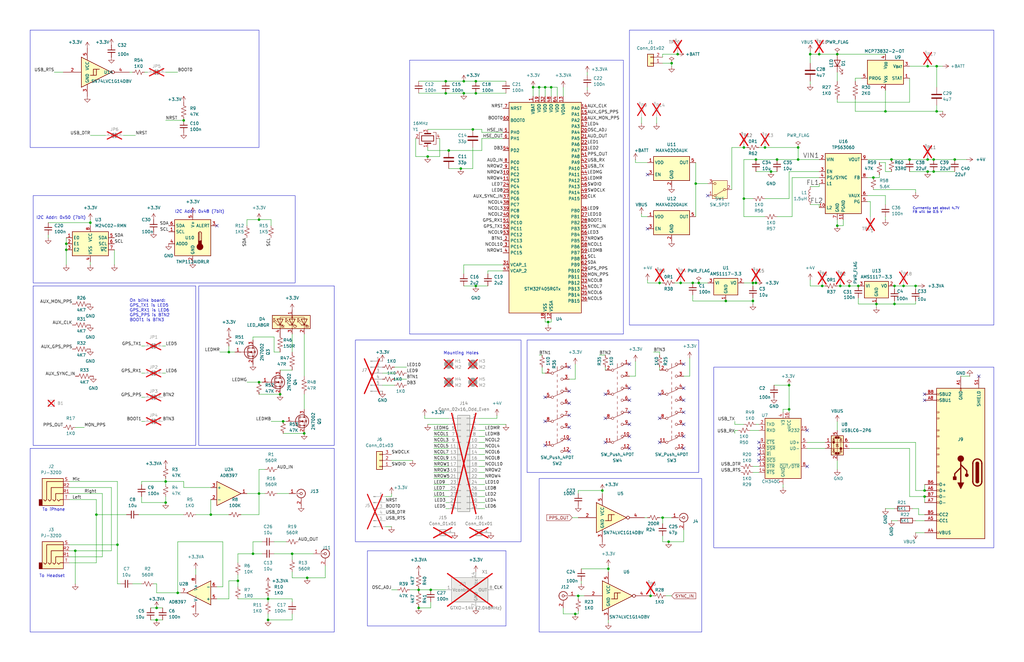
<source format=kicad_sch>
(kicad_sch (version 20231120) (generator "eeschema") (generator_version "8.0")
  (paper "B")
  (title_block (title "Blink ") (date "2024-04-03") (rev "V12") (company "Cullen Jennings"))
  (junction (at 27.94 102.87))
  (junction (at 66.04 256.54))
  (junction (at 195.58 34.29))
  (junction (at 402.59 67.31))
  (junction (at 353.06 22.86))
  (junction (at 27.94 105.41))
  (junction (at 109.22 208.28))
  (junction (at 394.97 46.99))
  (junction (at 369.57 128.27))
  (junction (at 346.71 120.65))
  (junction (at 389.89 209.55))
  (junction (at 227.33 36.83))
  (junction (at 199.39 54.61))
  (junction (at 341.63 22.86))
  (junction (at 368.3 74.93))
  (junction (at 383.54 67.31))
  (junction (at 189.23 63.5))
  (junction (at 77.47 50.8))
  (junction (at 353.06 95.25))
  (junction (at 391.16 72.39))
  (junction (at 194.31 71.12))
  (junction (at 109.22 92.71))
  (junction (at 176.53 256.54))
  (junction (at 74.93 250.19))
  (junction (at 69.85 212.09))
  (junction (at 381 120.65))
  (junction (at 187.96 39.37))
  (junction (at 118.11 166.37))
  (junction (at 377.19 128.27))
  (junction (at 318.77 67.31))
  (junction (at 313.69 62.23))
  (junction (at 69.85 203.2))
  (junction (at 109.22 161.29))
  (junction (at 373.38 46.99))
  (junction (at 336.55 62.23))
  (junction (at 180.34 66.04))
  (junction (at 195.58 39.37))
  (junction (at 113.03 261.62))
  (junction (at 377.19 120.65))
  (junction (at 187.96 34.29))
  (junction (at 113.03 252.73))
  (junction (at 354.33 120.65))
  (junction (at 96.52 148.59))
  (junction (at 345.44 22.86))
  (junction (at 318.77 119.38))
  (junction (at 285.75 22.86))
  (junction (at 176.53 248.92))
  (junction (at 391.16 67.31))
  (junction (at 129.54 243.84))
  (junction (at 274.32 251.46))
  (junction (at 336.55 67.31))
  (junction (at 256.54 240.03))
  (junction (at 119.38 177.8))
  (junction (at 66.04 261.62))
  (junction (at 293.37 77.47))
  (junction (at 200.66 34.29))
  (junction (at 325.12 72.39))
  (junction (at 200.66 39.37))
  (junction (at 31.75 232.41))
  (junction (at 128.27 182.88))
  (junction (at 88.9 217.17))
  (junction (at 283.21 26.67))
  (junction (at 49.53 229.87))
  (junction (at 254 207.01))
  (junction (at 294.64 119.38))
  (junction (at 317.5 127))
  (junction (at 106.68 233.68))
  (junction (at 278.13 119.38))
  (junction (at 386.08 120.65))
  (junction (at 393.7 72.39))
  (junction (at 279.4 218.44))
  (junction (at 322.58 62.23))
  (junction (at 313.69 83.82))
  (junction (at 40.64 217.17))
  (junction (at 229.87 36.83))
  (junction (at 243.84 251.46))
  (junction (at 358.14 120.65))
  (junction (at 394.97 27.94))
  (junction (at 332.74 172.72))
  (junction (at 181.61 248.92))
  (junction (at 393.7 67.31))
  (junction (at 317.5 119.38))
  (junction (at 232.41 36.83))
  (junction (at 100.33 245.11))
  (junction (at 123.19 233.68))
  (junction (at 224.79 36.83))
  (junction (at 389.89 207.01))
  (junction (at 327.66 67.31))
  (junction (at 332.74 162.56))
  (junction (at 361.95 120.65))
  (junction (at 375.92 67.31))
  (junction (at 391.16 27.94))
  (junction (at 200.66 120.65))
  (junction (at 38.1 93.98))
  (junction (at 231.14 135.89))
  (junction (at 287.02 119.38))
  (junction (at 281.94 228.6))
  (junction (at 292.1 119.38))
  (junction (at 306.07 127))
  (junction (at 242.57 259.08))
  (no_connect (at 340.36 181.61))
  (no_connect (at 288.29 184.15))
  (no_connect (at 229.87 167.64))
  (no_connect (at 288.29 173.99))
  (no_connect (at 240.03 170.18))
  (no_connect (at 389.89 166.37))
  (no_connect (at 288.29 153.67))
  (no_connect (at 412.75 158.75))
  (no_connect (at 389.89 168.91))
  (no_connect (at 229.87 187.96))
  (no_connect (at 273.05 73.66))
  (no_connect (at 265.43 163.83))
  (no_connect (at 255.27 176.53))
  (no_connect (at 265.43 153.67))
  (no_connect (at 273.05 96.52))
  (no_connect (at 320.04 194.31))
  (no_connect (at 265.43 189.23))
  (no_connect (at 229.87 177.8))
  (no_connect (at 278.13 176.53))
  (no_connect (at 265.43 184.15))
  (no_connect (at 91.44 95.25))
  (no_connect (at 265.43 168.91))
  (no_connect (at 240.03 190.5))
  (no_connect (at 320.04 186.69))
  (no_connect (at 288.29 189.23))
  (no_connect (at 265.43 179.07))
  (no_connect (at 278.13 166.37))
  (no_connect (at 298.45 82.55))
  (no_connect (at 255.27 166.37))
  (no_connect (at 240.03 185.42))
  (no_connect (at 288.29 163.83))
  (no_connect (at 255.27 186.69))
  (no_connect (at 240.03 175.26))
  (no_connect (at 340.36 196.85))
  (no_connect (at 240.03 154.94))
  (no_connect (at 278.13 186.69))
  (no_connect (at 320.04 191.77))
  (no_connect (at 320.04 189.23))
  (no_connect (at 240.03 165.1))
  (no_connect (at 288.29 179.07))
  (no_connect (at 288.29 168.91))
  (no_connect (at 240.03 180.34))
  (no_connect (at 265.43 173.99))
  (wire (pts (xy 176.53 34.29) (xy 187.96 34.29)))
  (wire (pts (xy 247.65 30.48) (xy 247.65 31.75)))
  (wire (pts (xy 369.57 128.27) (xy 377.19 128.27)))
  (wire (pts (xy 201.93 196.85) (xy 204.47 196.85)))
  (wire (pts (xy 245.11 240.03) (xy 256.54 240.03)))
  (wire (pts (xy 176.53 248.92) (xy 181.61 248.92)))
  (wire (pts (xy 273.05 119.38) (xy 278.13 119.38)))
  (wire (pts (xy 332.74 172.72) (xy 332.74 173.99)))
  (wire (pts (xy 204.47 214.63) (xy 201.93 214.63)))
  (wire (pts (xy 365.76 67.31) (xy 375.92 67.31)))
  (wire (pts (xy 38.1 93.98) (xy 38.1 95.25)))
  (wire (pts (xy 201.93 209.55) (xy 204.47 209.55)))
  (wire (pts (xy 116.84 208.28) (xy 121.92 208.28)))
  (wire (pts (xy 237.49 36.83) (xy 237.49 40.64)))
  (wire (pts (xy 213.36 34.29) (xy 200.66 34.29)))
  (wire (pts (xy 389.89 209.55) (xy 389.89 212.09)))
  (wire (pts (xy 203.2 58.42) (xy 212.09 58.42)))
  (wire (pts (xy 69.85 146.05) (xy 68.58 146.05)))
  (wire (pts (xy 49.53 246.38) (xy 50.8 246.38)))
  (wire (pts (xy 313.69 119.38) (xy 317.5 119.38)))
  (wire (pts (xy 361.95 120.65) (xy 358.14 120.65)))
  (wire (pts (xy 110.49 233.68) (xy 106.68 233.68)))
  (wire (pts (xy 240.03 160.02) (xy 242.57 160.02)))
  (wire (pts (xy 317.5 127) (xy 317.5 128.27)))
  (wire (pts (xy 115.57 228.6) (xy 120.65 228.6)))
  (wire (pts (xy 48.26 105.41) (xy 48.26 111.76)))
  (wire (pts (xy 161.29 157.48) (xy 166.37 157.48)))
  (wire (pts (xy 175.26 66.04) (xy 180.34 66.04)))
  (wire (pts (xy 373.38 91.44) (xy 373.38 92.71)))
  (wire (pts (xy 308.61 80.01) (xy 308.61 62.23)))
  (wire (pts (xy 123.19 252.73) (xy 113.03 252.73)))
  (wire (pts (xy 187.96 34.29) (xy 195.58 34.29)))
  (wire (pts (xy 353.06 43.18) (xy 353.06 41.91)))
  (wire (pts (xy 391.16 27.94) (xy 394.97 27.94)))
  (wire (pts (xy 345.44 22.86) (xy 353.06 22.86)))
  (wire (pts (xy 123.19 233.68) (xy 132.08 233.68)))
  (wire (pts (xy 309.88 181.61) (xy 311.15 181.61)))
  (wire (pts (xy 327.66 67.31) (xy 336.55 67.31)))
  (wire (pts (xy 74.93 250.19) (xy 76.2 250.19)))
  (wire (pts (xy 228.6 157.48) (xy 228.6 154.94)))
  (wire (pts (xy 88.9 210.82) (xy 88.9 217.17)))
  (wire (pts (xy 113.03 252.73) (xy 113.03 254)))
  (wire (pts (xy 285.75 22.86) (xy 279.4 22.86)))
  (wire (pts (xy 29.21 234.95) (xy 43.18 234.95)))
  (wire (pts (xy 123.19 243.84) (xy 129.54 243.84)))
  (wire (pts (xy 309.88 182.88) (xy 309.88 181.61)))
  (wire (pts (xy 54.61 30.48) (xy 55.88 30.48)))
  (wire (pts (xy 109.22 166.37) (xy 118.11 166.37)))
  (wire (pts (xy 386.08 80.01) (xy 386.08 81.28)))
  (wire (pts (xy 52.07 57.15) (xy 57.15 57.15)))
  (wire (pts (xy 252.73 149.86) (xy 255.27 149.86)))
  (wire (pts (xy 241.3 218.44) (xy 243.84 218.44)))
  (wire (pts (xy 322.58 62.23) (xy 336.55 62.23)))
  (wire (pts (xy 93.98 228.6) (xy 93.98 247.65)))
  (wire (pts (xy 254 207.01) (xy 254 208.28)))
  (wire (pts (xy 353.06 177.8) (xy 353.06 181.61)))
  (wire (pts (xy 383.54 27.94) (xy 391.16 27.94)))
  (wire (pts (xy 63.5 256.54) (xy 66.04 256.54)))
  (wire (pts (xy 353.06 194.31) (xy 353.06 198.12)))
  (wire (pts (xy 341.63 78.74) (xy 345.44 78.74)))
  (wire (pts (xy 317.5 199.39) (xy 320.04 199.39)))
  (wire (pts (xy 341.63 22.86) (xy 341.63 26.67)))
  (wire (pts (xy 341.63 21.59) (xy 341.63 22.86)))
  (wire (pts (xy 100.33 252.73) (xy 113.03 252.73)))
  (wire (pts (xy 383.54 189.23) (xy 358.14 189.23)))
  (wire (pts (xy 228.6 149.86) (xy 227.33 149.86)))
  (wire (pts (xy 59.69 177.8) (xy 60.96 177.8)))
  (wire (pts (xy 189.23 176.53) (xy 179.07 176.53)))
  (wire (pts (xy 115.57 233.68) (xy 123.19 233.68)))
  (wire (pts (xy 201.93 189.23) (xy 204.47 189.23)))
  (wire (pts (xy 69.85 201.93) (xy 69.85 203.2)))
  (wire (pts (xy 279.4 226.06) (xy 279.4 228.6)))
  (wire (pts (xy 280.67 251.46) (xy 283.21 251.46)))
  (wire (pts (xy 106.68 142.24) (xy 106.68 143.51)))
  (wire (pts (xy 20.32 93.98) (xy 38.1 93.98)))
  (wire (pts (xy 313.69 67.31) (xy 318.77 67.31)))
  (wire (pts (xy 180.34 54.61) (xy 199.39 54.61)))
  (wire (pts (xy 242.57 153.67) (xy 242.57 160.02)))
  (wire (pts (xy 383.54 209.55) (xy 389.89 209.55)))
  (wire (pts (xy 209.55 175.26) (xy 209.55 176.53)))
  (wire (pts (xy 203.2 58.42) (xy 203.2 63.5)))
  (wire (pts (xy 166.37 160.02) (xy 171.45 160.02)))
  (wire (pts (xy 340.36 186.69) (xy 347.98 186.69)))
  (wire (pts (xy 394.97 44.45) (xy 394.97 46.99)))
  (wire (pts (xy 176.53 39.37) (xy 187.96 39.37)))
  (wire (pts (xy 383.54 189.23) (xy 383.54 209.55)))
  (wire (pts (xy 271.78 218.44) (xy 273.05 218.44)))
  (wire (pts (xy 212.09 114.3) (xy 205.74 114.3)))
  (wire (pts (xy 373.38 46.99) (xy 394.97 46.99)))
  (wire (pts (xy 203.2 63.5) (xy 189.23 63.5)))
  (wire (pts (xy 195.58 111.76) (xy 212.09 111.76)))
  (wire (pts (xy 77.47 203.2) (xy 69.85 203.2)))
  (wire (pts (xy 293.37 77.47) (xy 293.37 91.44)))
  (wire (pts (xy 320.04 62.23) (xy 322.58 62.23)))
  (wire (pts (xy 182.88 199.39) (xy 189.23 199.39)))
  (wire (pts (xy 278.13 119.38) (xy 279.4 119.38)))
  (wire (pts (xy 231.14 137.16) (xy 231.14 135.89)))
  (wire (pts (xy 199.39 62.23) (xy 199.39 71.12)))
  (wire (pts (xy 232.41 36.83) (xy 234.95 36.83)))
  (wire (pts (xy 31.75 232.41) (xy 46.99 232.41)))
  (wire (pts (xy 332.74 162.56) (xy 332.74 172.72)))
  (wire (pts (xy 327.66 91.44) (xy 334.01 91.44)))
  (wire (pts (xy 175.26 58.42) (xy 175.26 66.04)))
  (wire (pts (xy 201.93 199.39) (xy 204.47 199.39)))
  (wire (pts (xy 373.38 82.55) (xy 373.38 86.36)))
  (wire (pts (xy 179.07 176.53) (xy 179.07 175.26)))
  (wire (pts (xy 313.69 83.82) (xy 313.69 91.44)))
  (wire (pts (xy 232.41 134.62) (xy 232.41 135.89)))
  (wire (pts (xy 165.1 209.55) (xy 165.1 208.28)))
  (wire (pts (xy 182.88 201.93) (xy 189.23 201.93)))
  (wire (pts (xy 267.97 152.4) (xy 267.97 158.75)))
  (wire (pts (xy 96.52 146.05) (xy 96.52 148.59)))
  (wire (pts (xy 345.44 72.39) (xy 332.74 72.39)))
  (wire (pts (xy 40.64 217.17) (xy 53.34 217.17)))
  (wire (pts (xy 317.5 125.73) (xy 317.5 127)))
  (wire (pts (xy 59.69 203.2) (xy 69.85 203.2)))
  (wire (pts (xy 114.3 177.8) (xy 119.38 177.8)))
  (wire (pts (xy 69.85 157.48) (xy 68.58 157.48)))
  (wire (pts (xy 106.68 142.24) (xy 115.57 142.24)))
  (wire (pts (xy 118.11 156.21) (xy 123.19 156.21)))
  (wire (pts (xy 38.1 57.15) (xy 44.45 57.15)))
  (wire (pts (xy 243.84 207.01) (xy 254 207.01)))
  (wire (pts (xy 123.19 140.97) (xy 123.19 148.59)))
  (wire (pts (xy 279.4 22.86) (xy 279.4 24.13)))
  (wire (pts (xy 360.68 41.91) (xy 360.68 46.99)))
  (wire (pts (xy 341.63 22.86) (xy 345.44 22.86)))
  (wire (pts (xy 345.44 78.74) (xy 345.44 77.47)))
  (wire (pts (xy 267.97 68.58) (xy 267.97 67.31)))
  (wire (pts (xy 365.76 85.09) (xy 367.03 85.09)))
  (wire (pts (xy 336.55 67.31) (xy 345.44 67.31)))
  (wire (pts (xy 353.06 120.65) (xy 354.33 120.65)))
  (wire (pts (xy 308.61 62.23) (xy 313.69 62.23)))
  (wire (pts (xy 367.03 85.09) (xy 367.03 91.44)))
  (wire (pts (xy 201.93 204.47) (xy 204.47 204.47)))
  (wire (pts (xy 358.14 186.69) (xy 386.08 186.69)))
  (wire (pts (xy 205.74 114.3) (xy 205.74 115.57)))
  (wire (pts (xy 393.7 72.39) (xy 402.59 72.39)))
  (wire (pts (xy 27.94 105.41) (xy 27.94 111.76)))
  (wire (pts (xy 96.52 148.59) (xy 99.06 148.59)))
  (wire (pts (xy 243.84 251.46) (xy 243.84 252.73)))
  (wire (pts (xy 69.85 50.8) (xy 77.47 50.8)))
  (wire (pts (xy 293.37 68.58) (xy 293.37 77.47)))
  (wire (pts (xy 267.97 158.75) (xy 265.43 158.75)))
  (wire (pts (xy 199.39 54.61) (xy 203.2 54.61)))
  (wire (pts (xy 180.34 63.5) (xy 189.23 63.5)))
  (wire (pts (xy 270.51 91.44) (xy 270.51 90.17)))
  (wire (pts (xy 165.1 194.31) (xy 173.99 194.31)))
  (wire (pts (xy 96.52 245.11) (xy 100.33 245.11)))
  (wire (pts (xy 273.05 68.58) (xy 267.97 68.58)))
  (wire (pts (xy 288.29 228.6) (xy 281.94 228.6)))
  (wire (pts (xy 273.05 91.44) (xy 270.51 91.44)))
  (wire (pts (xy 182.88 194.31) (xy 189.23 194.31)))
  (wire (pts (xy 82.55 240.03) (xy 82.55 242.57)))
  (wire (pts (xy 104.14 92.71) (xy 109.22 92.71)))
  (wire (pts (xy 341.63 120.65) (xy 346.71 120.65)))
  (wire (pts (xy 181.61 254) (xy 181.61 256.54)))
  (wire (pts (xy 361.95 128.27) (xy 369.57 128.27)))
  (wire (pts (xy 161.29 162.56) (xy 166.37 162.56)))
  (wire (pts (xy 383.54 43.18) (xy 383.54 33.02)))
  (wire (pts (xy 273.05 118.11) (xy 273.05 119.38)))
  (wire (pts (xy 375.92 72.39) (xy 373.38 72.39)))
  (wire (pts (xy 40.64 210.82) (xy 40.64 217.17)))
  (wire (pts (xy 274.32 251.46) (xy 275.59 251.46)))
  (wire (pts (xy 224.79 36.83) (xy 227.33 36.83)))
  (wire (pts (xy 182.88 207.01) (xy 189.23 207.01)))
  (wire (pts (xy 106.68 228.6) (xy 106.68 233.68)))
  (wire (pts (xy 137.16 238.76) (xy 137.16 243.84)))
  (wire (pts (xy 109.22 161.29) (xy 110.49 161.29)))
  (wire (pts (xy 109.22 217.17) (xy 109.22 208.28)))
  (wire (pts (xy 386.08 120.65) (xy 386.08 121.92)))
  (wire (pts (xy 243.84 208.28) (xy 243.84 207.01)))
  (wire (pts (xy 287.02 119.38) (xy 292.1 119.38)))
  (wire (pts (xy 123.19 259.08) (xy 123.19 261.62)))
  (wire (pts (xy 113.03 259.08) (xy 113.03 261.62)))
  (wire (pts (xy 365.76 82.55) (xy 373.38 82.55)))
  (wire (pts (xy 128.27 172.72) (xy 128.27 166.37)))
  (wire (pts (xy 232.41 135.89) (xy 231.14 135.89)))
  (wire (pts (xy 231.14 135.89) (xy 229.87 135.89)))
  (wire (pts (xy 201.93 201.93) (xy 204.47 201.93)))
  (wire (pts (xy 391.16 67.31) (xy 393.7 67.31)))
  (wire (pts (xy 243.84 259.08) (xy 242.57 259.08)))
  (wire (pts (xy 368.3 80.01) (xy 386.08 80.01)))
  (wire (pts (xy 313.69 62.23) (xy 314.96 62.23)))
  (wire (pts (xy 59.69 146.05) (xy 60.96 146.05)))
  (wire (pts (xy 123.19 241.3) (xy 123.19 243.84)))
  (wire (pts (xy 115.57 148.59) (xy 115.57 142.24)))
  (wire (pts (xy 387.35 214.63) (xy 387.35 217.17)))
  (wire (pts (xy 43.18 234.95) (xy 43.18 208.28)))
  (wire (pts (xy 309.88 177.8) (xy 309.88 179.07)))
  (wire (pts (xy 123.19 233.68) (xy 123.19 236.22)))
  (wire (pts (xy 290.83 158.75) (xy 290.83 151.13)))
  (wire (pts (xy 340.36 189.23) (xy 347.98 189.23)))
  (wire (pts (xy 353.06 92.71) (xy 353.06 95.25)))
  (wire (pts (xy 123.19 261.62) (xy 113.03 261.62)))
  (wire (pts (xy 187.96 39.37) (xy 195.58 39.37)))
  (wire (pts (xy 256.54 261.62) (xy 256.54 262.89)))
  (wire (pts (xy 345.44 86.36) (xy 345.44 87.63)))
  (wire (pts (xy 408.94 158.75) (xy 405.13 158.75)))
  (wire (pts (xy 165.1 248.92) (xy 167.64 248.92)))
  (wire (pts (xy 180.34 66.04) (xy 185.42 66.04)))
  (wire (pts (xy 334.01 74.93) (xy 345.44 74.93)))
  (wire (pts (xy 88.9 217.17) (xy 96.52 217.17)))
  (wire (pts (xy 38.1 92.71) (xy 38.1 93.98)))
  (wire (pts (xy 118.11 148.59) (xy 115.57 148.59)))
  (wire (pts (xy 332.74 162.56) (xy 326.39 162.56)))
  (wire (pts (xy 104.14 95.25) (xy 104.14 92.71)))
  (wire (pts (xy 360.68 46.99) (xy 373.38 46.99)))
  (wire (pts (xy 100.33 245.11) (xy 100.33 247.65)))
  (wire (pts (xy 332.74 83.82) (xy 322.58 83.82)))
  (wire (pts (xy 255.27 154.94) (xy 255.27 156.21)))
  (wire (pts (xy 201.93 207.01) (xy 204.47 207.01)))
  (wire (pts (xy 242.57 251.46) (xy 243.84 251.46)))
  (wire (pts (xy 96.52 252.73) (xy 91.44 252.73)))
  (wire (pts (xy 330.2 204.47) (xy 330.2 205.74)))
  (wire (pts (xy 288.29 223.52) (xy 288.29 228.6)))
  (wire (pts (xy 96.52 245.11) (xy 96.52 252.73)))
  (wire (pts (xy 119.38 177.8) (xy 120.65 177.8)))
  (wire (pts (xy 378.46 219.71) (xy 375.92 219.71)))
  (wire (pts (xy 256.54 238.76) (xy 256.54 240.03)))
  (wire (pts (xy 60.96 30.48) (xy 62.23 30.48)))
  (wire (pts (xy 377.19 128.27) (xy 386.08 128.27)))
  (wire (pts (xy 355.6 95.25) (xy 353.06 95.25)))
  (wire (pts (xy 109.22 208.28) (xy 104.14 208.28)))
  (wire (pts (xy 375.92 67.31) (xy 383.54 67.31)))
  (wire (pts (xy 59.69 167.64) (xy 60.96 167.64)))
  (wire (pts (xy 29.21 210.82) (xy 40.64 210.82)))
  (wire (pts (xy 256.54 240.03) (xy 256.54 241.3)))
  (wire (pts (xy 209.55 176.53) (xy 201.93 176.53)))
  (wire (pts (xy 187.96 214.63) (xy 189.23 214.63)))
  (wire (pts (xy 373.38 72.39) (xy 373.38 68.58)))
  (wire (pts (xy 74.93 228.6) (xy 74.93 250.19)))
  (wire (pts (xy 55.88 246.38) (xy 59.69 246.38)))
  (wire (pts (xy 341.63 86.36) (xy 345.44 86.36)))
  (wire (pts (xy 341.63 34.29) (xy 341.63 35.56)))
  (wire (pts (xy 381 120.65) (xy 386.08 120.65)))
  (wire (pts (xy 180.34 179.07) (xy 189.23 179.07)))
  (wire (pts (xy 110.49 228.6) (xy 106.68 228.6)))
  (wire (pts (xy 317.5 83.82) (xy 313.69 83.82)))
  (wire (pts (xy 229.87 135.89) (xy 229.87 134.62)))
  (wire (pts (xy 247.65 36.83) (xy 247.65 38.1)))
  (wire (pts (xy 384.81 214.63) (xy 387.35 214.63)))
  (wire (pts (xy 394.97 27.94) (xy 394.97 36.83)))
  (wire (pts (xy 243.84 251.46) (xy 246.38 251.46)))
  (wire (pts (xy 402.59 67.31) (xy 407.67 67.31)))
  (wire (pts (xy 119.38 182.88) (xy 128.27 182.88)))
  (wire (pts (xy 49.53 203.2) (xy 29.21 203.2)))
  (wire (pts (xy 114.3 92.71) (xy 109.22 92.71)))
  (wire (pts (xy 373.38 214.63) (xy 377.19 214.63)))
  (wire (pts (xy 59.69 157.48) (xy 60.96 157.48)))
  (wire (pts (xy 59.69 209.55) (xy 59.69 212.09)))
  (wire (pts (xy 166.37 154.94) (xy 171.45 154.94)))
  (wire (pts (xy 242.57 259.08) (xy 237.49 259.08)))
  (wire (pts (xy 128.27 140.97) (xy 128.27 158.75)))
  (wire (pts (xy 172.72 248.92) (xy 176.53 248.92)))
  (wire (pts (xy 92.71 148.59) (xy 96.52 148.59)))
  (wire (pts (xy 69.85 203.2) (xy 69.85 204.47)))
  (wire (pts (xy 201.93 191.77) (xy 204.47 191.77)))
  (wire (pts (xy 373.38 68.58) (xy 370.84 68.58)))
  (wire (pts (xy 77.47 205.74) (xy 77.47 203.2)))
  (wire (pts (xy 40.64 237.49) (xy 29.21 237.49)))
  (wire (pts (xy 27.94 102.87) (xy 27.94 105.41)))
  (wire (pts (xy 229.87 157.48) (xy 228.6 157.48)))
  (wire (pts (xy 292.1 124.46) (xy 292.1 127)))
  (wire (pts (xy 353.06 30.48) (xy 353.06 34.29)))
  (wire (pts (xy 377.19 121.92) (xy 377.19 120.65)))
  (wire (pts (xy 22.86 30.48) (xy 26.67 30.48)))
  (wire (pts (xy 275.59 148.59) (xy 278.13 148.59)))
  (wire (pts (xy 227.33 36.83) (xy 227.33 40.64)))
  (wire (pts (xy 334.01 91.44) (xy 334.01 74.93)))
  (wire (pts (xy 316.23 181.61) (xy 320.04 181.61)))
  (wire (pts (xy 203.2 55.88) (xy 212.09 55.88)))
  (wire (pts (xy 100.33 242.57) (xy 100.33 245.11)))
  (wire (pts (xy 353.06 43.18) (xy 383.54 43.18)))
  (wire (pts (xy 59.69 204.47) (xy 59.69 203.2)))
  (wire (pts (xy 66.04 250.19) (xy 66.04 246.38)))
  (wire (pts (xy 373.38 46.99) (xy 373.38 38.1)))
  (wire (pts (xy 317.5 196.85) (xy 320.04 196.85)))
  (wire (pts (xy 82.55 217.17) (xy 88.9 217.17)))
  (wire (pts (xy 276.86 49.53) (xy 276.86 52.07)))
  (wire (pts (xy 66.04 250.19) (xy 74.93 250.19)))
  (wire (pts (xy 88.9 205.74) (xy 77.47 205.74)))
  (wire (pts (xy 20.32 99.06) (xy 20.32 100.33)))
  (wire (pts (xy 389.89 204.47) (xy 389.89 207.01)))
  (wire (pts (xy 182.88 181.61) (xy 189.23 181.61)))
  (wire (pts (xy 402.59 67.31) (xy 393.7 67.31)))
  (wire (pts (xy 386.08 219.71) (xy 389.89 219.71)))
  (wire (pts (xy 279.4 218.44) (xy 279.4 220.98)))
  (wire (pts (xy 38.1 110.49) (xy 38.1 111.76)))
  (wire (pts (xy 93.98 228.6) (xy 74.93 228.6)))
  (wire (pts (xy 306.07 127) (xy 317.5 127)))
  (wire (pts (xy 31.75 232.41) (xy 31.75 246.38)))
  (wire (pts (xy 370.84 74.93) (xy 368.3 74.93)))
  (wire (pts (xy 101.6 217.17) (xy 109.22 217.17)))
  (wire (pts (xy 195.58 120.65) (xy 200.66 120.65)))
  (wire (pts (xy 318.77 72.39) (xy 325.12 72.39)))
  (wire (pts (xy 182.88 191.77) (xy 189.23 191.77)))
  (wire (pts (xy 182.88 209.55) (xy 189.23 209.55)))
  (wire (pts (xy 332.74 72.39) (xy 332.74 83.82)))
  (wire (pts (xy 189.23 71.12) (xy 194.31 71.12)))
  (wire (pts (xy 29.21 232.41) (xy 31.75 232.41)))
  (wire (pts (xy 245.11 245.11) (xy 245.11 246.38)))
  (wire (pts (xy 278.13 149.86) (xy 278.13 148.59)))
  (wire (pts (xy 391.16 72.39) (xy 393.7 72.39)))
  (wire (pts (xy 187.96 212.09) (xy 189.23 212.09)))
  (wire (pts (xy 182.88 196.85) (xy 189.23 196.85)))
  (wire (pts (xy 162.56 222.25) (xy 165.1 222.25)))
  (wire (pts (xy 397.51 46.99) (xy 394.97 46.99)))
  (wire (pts (xy 386.08 186.69) (xy 386.08 207.01)))
  (wire (pts (xy 180.34 62.23) (xy 180.34 63.5)))
  (wire (pts (xy 355.6 92.71) (xy 355.6 95.25)))
  (wire (pts (xy 278.13 154.94) (xy 278.13 156.21)))
  (wire (pts (xy 325.12 72.39) (xy 327.66 72.39)))
  (wire (pts (xy 377.19 120.65) (xy 381 120.65)))
  (wire (pts (xy 232.41 36.83) (xy 232.41 40.64)))
  (wire (pts (xy 394.97 27.94) (xy 397.51 27.94)))
  (wire (pts (xy 201.93 194.31) (xy 204.47 194.31)))
  (wire (pts (xy 64.77 246.38) (xy 66.04 246.38)))
  (wire (pts (xy 284.48 119.38) (xy 287.02 119.38)))
  (wire (pts (xy 63.5 261.62) (xy 66.04 261.62)))
  (wire (pts (xy 237.49 256.54) (xy 237.49 259.08)))
  (wire (pts (xy 111.76 198.12) (xy 109.22 198.12)))
  (wire (pts (xy 123.19 254) (xy 123.19 252.73)))
  (wire (pts (xy 318.77 67.31) (xy 327.66 67.31)))
  (wire (pts (xy 91.44 247.65) (xy 93.98 247.65)))
  (wire (pts (xy 181.61 248.92) (xy 187.96 248.92)))
  (wire (pts (xy 129.54 243.84) (xy 137.16 243.84)))
  (wire (pts (xy 279.4 26.67) (xy 283.21 26.67)))
  (wire (pts (xy 279.4 218.44) (xy 283.21 218.44)))
  (wire (pts (xy 346.71 120.65) (xy 347.98 120.65)))
  (wire (pts (xy 317.5 119.38) (xy 318.77 119.38)))
  (wire (pts (xy 162.56 209.55) (xy 165.1 209.55)))
  (wire (pts (xy 353.06 22.86) (xy 373.38 22.86)))
  (wire (pts (xy 383.54 72.39) (xy 391.16 72.39)))
  (wire (pts (xy 31.75 180.34) (xy 35.56 180.34)))
  (wire (pts (xy 201.93 179.07) (xy 213.36 179.07)))
  (wire (pts (xy 29.21 205.74) (xy 46.99 205.74)))
  (wire (pts (xy 66.04 261.62) (xy 68.58 261.62)))
  (wire (pts (xy 200.66 120.65) (xy 205.74 120.65)))
  (wire (pts (xy 354.33 120.65) (xy 358.14 120.65)))
  (wire (pts (xy 181.61 256.54) (xy 176.53 256.54)))
  (wire (pts (xy 383.54 67.31) (xy 391.16 67.31)))
  (wire (pts (xy 195.58 39.37) (xy 200.66 39.37)))
  (wire (pts (xy 201.93 186.69) (xy 204.47 186.69)))
  (wire (pts (xy 386.08 127) (xy 386.08 128.27)))
  (wire (pts (xy 363.22 33.02) (xy 360.68 33.02)))
  (wire (pts (xy 201.93 181.61) (xy 204.47 181.61)))
  (wire (pts (xy 49.53 229.87) (xy 49.53 246.38)))
  (wire (pts (xy 317.5 119.38) (xy 317.5 120.65)))
  (wire (pts (xy 313.69 91.44) (xy 322.58 91.44)))
  (wire (pts (xy 389.89 207.01) (xy 386.08 207.01)))
  (wire (pts (xy 281.94 228.6) (xy 279.4 228.6)))
  (wire (pts (xy 386.08 224.79) (xy 389.89 224.79)))
  (wire (pts (xy 69.85 209.55) (xy 69.85 212.09)))
  (wire (pts (xy 200.66 34.29) (xy 195.58 34.29)))
  (wire (pts (xy 106.68 233.68) (xy 100.33 233.68)))
  (wire (pts (xy 224.79 36.83) (xy 224.79 40.64)))
  (wire (pts (xy 69.85 30.48) (xy 74.93 30.48)))
  (wire (pts (xy 336.55 62.23) (xy 336.55 67.31)))
  (wire (pts (xy 270.51 49.53) (xy 270.51 52.07)))
  (wire (pts (xy 370.84 73.66) (xy 370.84 74.93)))
  (wire (pts (xy 227.33 36.83) (xy 229.87 36.83)))
  (wire (pts (xy 49.53 229.87) (xy 49.53 203.2)))
  (wire (pts (xy 182.88 184.15) (xy 189.23 184.15)))
  (wire (pts (xy 100.33 233.68) (xy 100.33 237.49)))
  (wire (pts (xy 243.84 257.81) (xy 243.84 259.08)))
  (wire (pts (xy 288.29 158.75) (xy 290.83 158.75)))
  (wire (pts (xy 293.37 77.47) (xy 298.45 77.47)))
  (wire (pts (xy 369.57 128.27) (xy 369.57 129.54)))
  (wire (pts (xy 46.99 232.41) (xy 46.99 205.74)))
  (wire (pts (xy 283.21 26.67) (xy 283.21 27.94)))
  (wire (pts (xy 365.76 74.93) (xy 368.3 74.93)))
  (wire (pts (xy 203.2 54.61) (xy 203.2 55.88)))
  (wire (pts (xy 114.3 95.25) (xy 114.3 92.71)))
  (wire (pts (xy 185.42 58.42) (xy 185.42 66.04)))
  (wire (pts (xy 386.08 120.65) (xy 387.35 120.65)))
  (wire (pts (xy 182.88 186.69) (xy 189.23 186.69)))
  (wire (pts (xy 113.03 251.46) (xy 113.03 252.73)))
  (wire (pts (xy 59.69 212.09) (xy 69.85 212.09)))
  (wire (pts (xy 29.21 208.28) (xy 43.18 208.28)))
  (wire (pts (xy 309.88 179.07) (xy 313.69 179.07)))
  (wire (pts (xy 294.64 119.38) (xy 298.45 119.38)))
  (wire (pts (xy 361.95 125.73) (xy 361.95 128.27)))
  (wire (pts (xy 201.93 184.15) (xy 204.47 184.15)))
  (wire (pts (xy 27.94 100.33) (xy 27.94 102.87)))
  (wire (pts (xy 40.64 217.17) (xy 40.64 237.49)))
  (wire (pts (xy 332.74 172.72) (xy 330.2 172.72)))
  (wire (pts (xy 66.04 256.54) (xy 68.58 256.54)))
  (wire (pts (xy 182.88 204.47) (xy 189.23 204.47)))
  (wire (pts (xy 109.22 198.12) (xy 109.22 208.28)))
  (wire (pts (xy 58.42 217.17) (xy 77.47 217.17)))
  (wire (pts (xy 278.13 218.44) (xy 279.4 218.44)))
  (wire (pts (xy 109.22 208.28) (xy 111.76 208.28)))
  (wire (pts (xy 377.19 128.27) (xy 377.19 127)))
  (wire (pts (xy 360.68 33.02) (xy 360.68 34.29)))
  (wire (pts (xy 330.2 172.72) (xy 330.2 173.99)))
  (wire (pts (xy 229.87 36.83) (xy 229.87 40.64)))
  (wire (pts (xy 341.63 118.11) (xy 341.63 120.65)))
  (wire (pts (xy 387.35 217.17) (xy 389.89 217.17)))
  (wire (pts (xy 201.93 212.09) (xy 204.47 212.09)))
  (wire (pts (xy 292.1 119.38) (xy 294.64 119.38)))
  (wire (pts (xy 182.88 189.23) (xy 189.23 189.23)))
  (wire (pts (xy 195.58 115.57) (xy 195.58 111.76)))
  (wire (pts (xy 318.77 179.07) (xy 320.04 179.07)))
  (wire (pts (xy 292.1 127) (xy 306.07 127)))
  (wire (pts (xy 229.87 36.83) (xy 232.41 36.83)))
  (wire (pts (xy 313.69 83.82) (xy 313.69 67.31)))
  (wire (pts (xy 29.21 229.87) (xy 49.53 229.87)))
  (wire (pts (xy 234.95 40.64) (xy 234.95 36.83)))
  (wire (pts (xy 200.66 39.37) (xy 213.36 39.37)))
  (wire (pts (xy 199.39 71.12) (xy 194.31 71.12)))
  (wire (pts (xy 104.14 161.29) (xy 109.22 161.29)))
  (rectangle (start 12.7 12.7) (end 109.22 62.23))
  (rectangle (start 300.99 154.94) (end 419.1 231.14))
  (rectangle (start 172.72 25.4) (end 262.89 140.97))
  (rectangle (start 12.7 189.23) (end 140.97 266.7))
  (rectangle (start 83.82 120.65) (end 140.97 187.96))
  (rectangle (start 149.86 143.51) (end 219.71 228.6))
  (rectangle (start 13.97 82.55) (end 124.46 119.38))
  (rectangle (start 154.94 232.41) (end 213.36 264.16))
  (rectangle (start 265.43 12.7) (end 419.1 137.16))
  (rectangle (start 13.97 120.65) (end 82.55 187.96))
  (rectangle (start 227.33 201.93) (end 295.91 266.7))
  (rectangle (start 222.25 143.51) (end 294.64 199.39))
  (text "I2C Addr: 0x48 (7bit)" (at 73.66 90.17 0) (effects (font (size 1.27 1.27)) (justify left bottom)))
  (text "Currnently set about 4.7V \nFB will be 0.5 V " (at 384.81 90.17 0) (effects (font (size 1 1)) (justify left bottom)))
  (text "To iPhone" (at 17.78 215.9 0) (effects (font (size 1.27 1.27)) (justify left bottom)))
  (text "To Headset " (at 16.51 243.84 0) (effects (font (size 1.27 1.27)) (justify left bottom)))
  (text "I2C Addr: 0x50 (7bit)" (at 15.24 92.71 0) (effects (font (size 1.27 1.27)) (justify left bottom)))
  (text "Mounting Holes" (at 201.93 149.86 0) (effects (font (size 1.27 1.27)) (justify right bottom)))
  (text "On blink board:\nGPS_TX1 is LED5\nGPS_RX1 is LED6\nGPS_PPS is BTN2\nBOOT1 is BTN3" (at 54.61 135.89 0) (effects (font (size 1.27 1.27)) (justify left bottom)))
  (label "AUX_GPS_PPS" (at 247.65 48.26 0))
  (label "USB_DTR" (at 162.56 217.17 0))
  (label "BTN1" (at 227.33 149.86 0))
  (label "LED2" (at 204.47 209.55 0))
  (label "NRST" (at 57.15 57.15 0))
  (label "SYNC_IN" (at 247.65 96.52 0))
  (label "NCOL7" (at 247.65 121.92 0))
  (label "LED10" (at 171.45 154.94 0))
  (label "AUX_MON_PPS" (at 30.48 128.27 180))
  (label "USB_TX" (at 309.88 177.8 180))
  (label "LEDMG" (at 104.14 161.29 180))
  (label "AUX_MON_PPS" (at 247.65 50.8 0))
  (label "NCOL8" (at 204.47 194.31 0))
  (label "CLK" (at 208.28 248.92 0))
  (label "SDA" (at 104.14 100.33 270))
  (label "LED6" (at 204.47 214.63 0))
  (label "SDA" (at 247.65 111.76 0))
  (label "GPS_TX1" (at 59.69 146.05 180))
  (label "NCOL9" (at 182.88 194.31 0))
  (label "GPS_PPS" (at 247.65 114.3 0))
  (label "LED8" (at 204.47 207.01 0))
  (label "LED9" (at 247.65 88.9 0))
  (label "USB_RX" (at 247.65 68.58 0))
  (label "USB_RTS" (at 312.42 199.39 180))
  (label "DB3" (at 212.09 63.5 180))
  (label "BOOT1" (at 247.65 93.98 0))
  (label "BOOT0" (at 74.93 30.48 0))
  (label "BTN3" (at 68.58 177.8 0))
  (label "AUX_SYNC_IN" (at 212.09 83.82 180))
  (label "LEDMG" (at 182.88 181.61 0))
  (label "NROW1" (at 212.09 106.68 180))
  (label "LEDMR" (at 204.47 181.61 0))
  (label "NCOL1" (at 182.88 184.15 0))
  (label "NCOL4" (at 204.47 189.23 0))
  (label "LED7" (at 182.88 207.01 0))
  (label "GPS_RX1" (at 212.09 93.98 180))
  (label "NCOL10" (at 212.09 104.14 180))
  (label "AUD_IN" (at 116.84 198.12 0))
  (label "VIN1" (at 345.44 67.31 180) (effects (font (size 2 2))))
  (label "BTN1" (at 171.45 160.02 0))
  (label "NROW2" (at 212.09 71.12 180))
  (label "HSE_IN" (at 212.09 55.88 180))
  (label "LED3" (at 187.96 212.09 180))
  (label "USB_TX" (at 247.65 71.12 0))
  (label "NROW5" (at 182.88 201.93 0))
  (label "LEDMR" (at 247.65 76.2 0))
  (label "NROW3" (at 182.88 199.39 0))
  (label "NRST" (at 212.09 45.72 180))
  (label "LED10" (at 204.47 204.47 0))
  (label "NCOL7" (at 182.88 191.77 0))
  (label "AUX_GPS_PPS" (at 30.48 147.32 180))
  (label "NCOL3" (at 182.88 186.69 0))
  (label "BTN2" (at 68.58 167.64 0))
  (label "SWDCLK" (at 165.1 191.77 0))
  (label "BTN3" (at 275.59 148.59 0))
  (label "NCOL6" (at 247.65 124.46 0))
  (label "AUX_CLK" (at 247.65 45.72 0))
  (label "NCOL2" (at 204.47 186.69 0))
  (label "NCOL5" (at 247.65 127 0))
  (label "USB_RX" (at 309.88 182.88 180))
  (label "SCL" (at 48.26 102.87 0))
  (label "NRST" (at 69.85 50.8 0))
  (label "SDA" (at 48.26 100.33 0))
  (label "SCL" (at 114.3 100.33 270))
  (label "BOOT1" (at 59.69 177.8 180))
  (label "LED9" (at 171.45 157.48 0))
  (label "NROW1" (at 182.88 196.85 0))
  (label "LED5" (at 69.85 146.05 0))
  (label "LEDMG" (at 247.65 73.66 0))
  (label "NCOL9" (at 212.09 99.06 180))
  (label "BOOT0" (at 162.56 214.63 0))
  (label "SWDCLK" (at 247.65 81.28 0))
  (label "PPS_OUT" (at 26.67 180.34 180))
  (label "NRST" (at 162.56 212.09 0))
  (label "MON_PPS" (at 247.65 116.84 0))
  (label "LED9" (at 182.88 204.47 0))
  (label "NROW4" (at 204.47 201.93 0))
  (label "USB_DTR" (at 312.42 196.85 180))
  (label "LEDMB" (at 204.47 184.15 0))
  (label "LED5" (at 187.96 214.63 180))
  (label "NCOL4" (at 212.09 86.36 180))
  (label "NROW4" (at 212.09 76.2 180))
  (label "CLK" (at 247.65 83.82 0))
  (label "SWDIO" (at 247.65 78.74 0))
  (label "NCOL2" (at 212.09 91.44 180))
  (label "Right" (at 35.56 208.28 0))
  (label "AUD_OUT" (at 125.73 228.6 0))
  (label "NCOL10" (at 204.47 196.85 0))
  (label "GPS_TX1" (at 212.09 96.52 180))
  (label "PPS_OUT" (at 247.65 66.04 0))
  (label "LED1" (at 247.65 60.96 0))
  (label "LEDMR" (at 92.71 148.59 180))
  (label "LED4" (at 204.47 212.09 0))
  (label "NCOL5" (at 182.88 189.23 0))
  (label "LED4" (at 247.65 53.34 0))
  (label "USB_DTR" (at 38.1 57.15 180))
  (label "GPS_RX1" (at 59.69 157.48 180))
  (label "NROW2" (at 204.47 199.39 0))
  (label "NCOL6" (at 204.47 191.77 0))
  (label "OSC_ADJ" (at 165.1 248.92 180))
  (label "DB3" (at 171.45 162.56 0))
  (label "LED8" (at 212.09 81.28 180))
  (label "LED1" (at 182.88 209.55 0))
  (label "BTN2" (at 252.73 149.86 0))
  (label "FL1" (at 345.44 78.74 180) (effects (font (size 2 2))))
  (label "BTN1" (at 212.09 101.6 180))
  (label "NCOL8" (at 247.65 119.38 0))
  (label "SCL" (at 71.12 97.79 180))
  (label "MON_PPS" (at 35.56 180.34 0))
  (label "LED3" (at 247.65 99.06 0))
  (label "AUD_IN" (at 212.09 68.58 180))
  (label "USB_RTS" (at 162.56 219.71 0))
  (label "SCL" (at 247.65 109.22 0))
  (label "BOOT0" (at 212.09 50.8 180))
  (label "GPS_PPS" (at 59.69 167.64 180))
  (label "AUX_CLK" (at 30.48 137.16 180))
  (label "NCOL1" (at 247.65 104.14 0))
  (label "FL2" (at 341.63 86.36 0) (effects (font (size 2 2))))
  (label "Left" (at 30.48 210.82 0))
  (label "HSE_OUT" (at 212.09 58.42 180))
  (label "LEDMB" (at 247.65 106.68 0))
  (label "LED6" (at 69.85 157.48 0))
  (label "AUX_SYNC_IN" (at 31.75 158.75 180))
  (label "LED10" (at 247.65 91.44 0))
  (label "NCOL3" (at 212.09 88.9 180))
  (label "NROW3" (at 212.09 73.66 180))
  (label "OSC_ADJ" (at 247.65 55.88 0))
  (label "LED2" (at 247.65 63.5 0))
  (label "NROW5" (at 247.65 101.6 0))
  (label "AUD_OUT" (at 247.65 58.42 0))
  (label "Mic" (at 30.48 203.2 0))
  (label "LED7" (at 212.09 78.74 180))
  (label "USB_RTS" (at 22.86 30.48 180))
  (label "LEDMB" (at 114.3 177.8 180))
  (label "SWDIO" (at 165.1 196.85 0))
  (label "SDA" (at 71.12 95.25 180))
  (global_label "SYNC_IN" (shape input) (at 283.21 251.46 0) (property "Intersheetrefs" "${INTERSHEET_REFS}" (effects (hide yes))))
  (global_label "PPS_OUT" (shape input) (at 241.3 218.44 180) (property "Intersheetrefs" "${INTERSHEET_REFS}" (effects (hide yes))))
  (symbol (lib_id "power:+3.3V") (at 332.74 162.56 0) (mirror y) (unit 1)
    (property "Reference" "#PWR054" (effects (hide yes)))
    (property "Value" "+3.3V" (at 335.28 158.75 0) (effects (justify left)))
    (property "Description" "Power symbol creates a global label with name \"+3.3V\"" (effects (hide yes)))
  )
  (symbol (lib_id "power:GND") (at 77.47 55.88 0) (unit 1)
    (property "Reference" "#PWR030" (effects (hide yes)))
    (property "Value" "GND" (effects (hide yes)))
    (property "Description" "Power symbol creates a global label with name \"GND\" , ground" (effects (hide yes)))
  )
  (symbol (lib_id "Device:R_US") (at 77.47 46.99 0) (unit 1)
    (property "Reference" "R9" (at 80.01 45.72 0) (effects (justify left)))
    (property "Value" "47K" (at 80.01 48.26 0) (effects (justify left)))
    (property "Footprint" "Resistor_SMD:R_0603_1608Metric" (effects (hide yes)))
    (property "Description" "Resistor, US symbol" (effects (hide yes)))
    (property "JLCPCB Part #" "C25819" (effects (hide yes)))
  )
  (symbol (lib_id "Device:C") (at 341.63 30.48 0) (unit 1)
    (property "Reference" "C28" (at 344.17 29.21 0) (effects (justify left)))
    (property "Value" "4u7" (at 344.17 31.75 0) (effects (justify left)))
    (property "Footprint" "Capacitor_SMD:C_0603_1608Metric" (effects (hide yes)))
    (property "Description" "Unpolarized capacitor" (effects (hide yes)))
    (property "JLCPCB Part #" "C19666" (effects (hide yes)))
  )
  (symbol (lib_id "Connector_Generic:Conn_01x01") (at 186.69 224.79 180) (unit 1) (in_bom no) (dnp yes)
    (property "Reference" "J15" (at 186.69 218.44 0))
    (property "Value" "Conn_01x01" (at 186.69 220.98 0))
    (property "Footprint" "Connector_PinSocket_2.54mm:PinSocket_1x01_P2.54mm_Vertical" (effects (hide yes)))
    (property "Description" "Generic connector, single row, 01x01, script generated (kicad-library-utils/schlib/autogen/connector/)" (effects (hide yes)))
  )
  (symbol (lib_id "Connector:TestPoint") (at 391.16 27.94 0) (unit 1) (in_bom no) (dnp yes)
    (property "Reference" "TP17" (at 389.89 22.86 0) (effects (justify left)))
    (property "Value" "~" (at 389.89 21.59 0) (effects (justify left)))
    (property "Footprint" "TestPoint:TestPoint_THTPad_D1.5mm_Drill0.7mm" (effects (hide yes)))
    (property "Description" "test point" (effects (hide yes)))
  )
  (symbol (lib_id "power:GND") (at 69.85 212.09 0) (unit 1)
    (property "Reference" "#PWR021" (effects (hide yes)))
    (property "Value" "GND" (effects (hide yes)))
    (property "Description" "Power symbol creates a global label with name \"GND\" , ground" (effects (hide yes)))
  )
  (symbol (lib_id "power:GND") (at 176.53 256.54 0) (unit 1)
    (property "Reference" "#PWR085" (effects (hide yes)))
    (property "Value" "GND" (effects (hide yes)))
    (property "Description" "Power symbol creates a global label with name \"GND\" , ground" (effects (hide yes)))
  )
  (symbol (lib_id "power:+3.3V") (at 123.19 130.81 0) (unit 1)
    (property "Reference" "#PWR094" (effects (hide yes)))
    (property "Value" "+3.3V" (at 123.19 125.73 0))
    (property "Description" "Power symbol creates a global label with name \"+3.3V\"" (effects (hide yes)))
  )
  (symbol (lib_id "Device:C_Small") (at 243.84 210.82 0) (unit 1)
    (property "Reference" "C23" (at 238.76 207.01 0) (effects (justify left)))
    (property "Value" "100n" (at 237.49 208.28 0) (effects (justify left)))
    (property "Footprint" "Capacitor_SMD:C_0402_1005Metric" (effects (hide yes)))
    (property "Description" "Unpolarized capacitor, small symbol" (effects (hide yes)))
    (property "JLCPCB Part #" "C307331" (effects (hide yes)))
  )
  (symbol (lib_id "power:GND") (at 113.03 261.62 0) (mirror y) (unit 1)
    (property "Reference" "#PWR033" (effects (hide yes)))
    (property "Value" "GND" (effects (hide yes)))
    (property "Description" "Power symbol creates a global label with name \"GND\" , ground" (effects (hide yes)))
  )
  (symbol (lib_id "Device:R_US") (at 34.29 128.27 90) (unit 1)
    (property "Reference" "R26" (at 34.29 125.73 90))
    (property "Value" "4K7" (at 34.29 130.81 90))
    (property "Footprint" "Resistor_SMD:R_0603_1608Metric" (effects (hide yes)))
    (property "Description" "Resistor, US symbol" (effects (hide yes)))
    (property "JLCPCB Part #" "C23162" (effects (hide yes)))
  )
  (symbol (lib_id "Device:C_Small") (at 123.19 256.54 0) (mirror x) (unit 1)
    (property "Reference" "C17" (at 120.65 255.2636 0) (effects (justify right)))
    (property "Value" "100n" (at 120.65 257.8036 0) (effects (justify right)))
    (property "Footprint" "Capacitor_SMD:C_0603_1608Metric" (effects (hide yes)))
    (property "Description" "Unpolarized capacitor, small symbol" (effects (hide yes)))
    (property "JLCPCB Part #" "C14663" (effects (hide yes)))
  )
  (symbol (lib_id "Device:R_Small_US") (at 170.18 248.92 270) (unit 1)
    (property "Reference" "R39" (at 170.18 246.38 90))
    (property "Value" "47K" (at 170.18 251.46 90))
    (property "Footprint" "Resistor_SMD:R_0603_1608Metric" (effects (hide yes)))
    (property "Description" "Resistor, small US symbol" (effects (hide yes)))
    (property "JLCPCB Part #" "C25819" (effects (hide yes)))
  )
  (symbol (lib_id "Device:R_Small_US") (at 163.83 154.94 270) (unit 1)
    (property "Reference" "R42" (effects (hide yes)))
    (property "Value" "1K0" (at 165.1 152.4 90))
    (property "Footprint" "Resistor_SMD:R_0603_1608Metric" (effects (hide yes)))
    (property "Description" "Resistor, small US symbol" (effects (hide yes)))
    (property "JLCPCB Part #" "C21190" (effects (hide yes)))
  )
  (symbol (lib_id "power:+3.3V") (at 179.07 175.26 0) (unit 1)
    (property "Reference" "#PWR058" (effects (hide yes)))
    (property "Value" "+3.3V" (at 181.61 173.99 0) (effects (justify left)))
    (property "Description" "Power symbol creates a global label with name \"+3.3V\"" (effects (hide yes)))
  )
  (symbol (lib_id "Mechanical:MountingHole") (at 199.39 153.67 0) (unit 1) (in_bom no) (dnp yes)
    (property "Reference" "H3" (at 201.93 152.4 0) (effects (justify left)))
    (property "Value" "M2" (at 201.93 154.94 0) (effects (justify left)))
    (property "Footprint" "MountingHole:MountingHole_2.2mm_M2" (effects (hide yes)))
    (property "Description" "Mounting Hole without connection" (effects (hide yes)))
  )
  (symbol (lib_id "Device:R_Small_US") (at 113.03 256.54 0) (mirror y) (unit 1)
    (property "Reference" "R11" (at 110.49 255.27 0) (effects (justify left)))
    (property "Value" "1K0" (at 110.49 257.81 0) (effects (justify left)))
    (property "Footprint" "Resistor_SMD:R_0603_1608Metric" (effects (hide yes)))
    (property "Description" "Resistor, small US symbol" (effects (hide yes)))
    (property "JLCPCB Part #" "C21190" (effects (hide yes)))
  )
  (symbol (lib_id "Device:C_Small") (at 181.61 251.46 0) (unit 1)
    (property "Reference" "C27" (at 184.15 250.1963 0) (effects (justify left)))
    (property "Value" "100n" (at 184.15 252.7363 0) (effects (justify left)))
    (property "Footprint" "Capacitor_SMD:C_0603_1608Metric" (effects (hide yes)))
    (property "Description" "Unpolarized capacitor, small symbol" (effects (hide yes)))
    (property "JLCPCB Part #" "C14663" (effects (hide yes)))
  )
  (symbol (lib_id "Device:C_Small") (at 383.54 69.85 0) (unit 1)
    (property "Reference" "C38" (at 386.08 68.5863 0) (effects (justify left)))
    (property "Value" "22uF" (at 386.08 71.1263 0) (effects (justify left)))
    (property "Footprint" "Capacitor_SMD:C_0805_2012Metric" (effects (hide yes)))
    (property "Description" "Unpolarized capacitor, small symbol" (effects (hide yes)))
    (property "JLCPCB Part #" "C45783" (effects (hide yes)))
  )
  (symbol (lib_id "power:+BATT") (at 285.75 22.86 270) (unit 1)
    (property "Reference" "#PWR010" (effects (hide yes)))
    (property "Value" "+BATT" (at 292.1 22.86 90))
    (property "Description" "Power symbol creates a global label with name \"+BATT\"" (effects (hide yes)))
  )
  (symbol (lib_id "power:GND") (at 48.26 111.76 0) (unit 1)
    (property "Reference" "#PWR049" (effects (hide yes)))
    (property "Value" "GND" (effects (hide yes)))
    (property "Description" "Power symbol creates a global label with name \"GND\" , ground" (effects (hide yes)))
  )
  (symbol (lib_id "Device:R_Small_US") (at 163.83 160.02 270) (unit 1)
    (property "Reference" "R44" (effects (hide yes)))
    (property "Value" "1K0" (at 167.64 160.02 90))
    (property "Footprint" "Resistor_SMD:R_0603_1608Metric" (effects (hide yes)))
    (property "Description" "Resistor, small US symbol" (effects (hide yes)))
    (property "JLCPCB Part #" "C21190" (effects (hide yes)))
  )
  (symbol (lib_id "power:GND") (at 231.14 137.16 0) (unit 1)
    (property "Reference" "#PWR046" (effects (hide yes)))
    (property "Value" "GND" (effects (hide yes)))
    (property "Description" "Power symbol creates a global label with name \"GND\" , ground" (effects (hide yes)))
  )
  (symbol (lib_id "power:GND") (at 247.65 38.1 0) (unit 1)
    (property "Reference" "#PWR0118" (effects (hide yes)))
    (property "Value" "GND" (effects (hide yes)))
    (property "Description" "Power symbol creates a global label with name \"GND\" , ground" (effects (hide yes)))
  )
  (symbol (lib_id "Device:R_Small_US") (at 375.92 69.85 0) (unit 1)
    (property "Reference" "R60" (at 377.19 68.58 0) (effects (justify left)))
    (property "Value" "33R0" (at 377.19 71.12 0) (effects (justify left)))
    (property "Footprint" "Resistor_SMD:R_0603_1608Metric" (effects (hide yes)))
    (property "Description" "Resistor, small US symbol" (effects (hide yes)))
    (property "JLCPCB Part #" "C23140" (effects (hide yes)))
  )
  (symbol (lib_id "Device:R_Small_US") (at 114.3 198.12 270) (unit 1)
    (property "Reference" "R1" (at 114.3 191.77 90))
    (property "Value" "560R" (at 114.3 194.31 90))
    (property "Footprint" "Resistor_SMD:R_0603_1608Metric" (effects (hide yes)))
    (property "Description" "Resistor, small US symbol" (effects (hide yes)))
    (property "JLCPCB Part #" "C23204" (effects (hide yes)))
  )
  (symbol (lib_id "power:VBUS") (at 353.06 177.8 0) (unit 1)
    (property "Reference" "#PWR056" (effects (hide yes)))
    (property "Value" "VBUS" (at 353.06 173.482 0))
    (property "Description" "Power symbol creates a global label with name \"VBUS\"" (effects (hide yes)))
  )
  (symbol (lib_id "Device:R_Small_US") (at 96.52 143.51 180) (unit 1)
    (property "Reference" "R51" (at 99.06 142.24 0) (effects (justify right)))
    (property "Value" "47K" (at 99.06 144.78 0) (effects (justify right)))
    (property "Footprint" "Resistor_SMD:R_0603_1608Metric" (effects (hide yes)))
    (property "Description" "Resistor, small US symbol" (effects (hide yes)))
    (property "JLCPCB Part #" "C25819" (effects (hide yes)))
  )
  (symbol (lib_id "power:GND") (at 118.11 166.37 0) (unit 1)
    (property "Reference" "#PWR092" (effects (hide yes)))
    (property "Value" "GND" (effects (hide yes)))
    (property "Description" "Power symbol creates a global label with name \"GND\" , ground" (effects (hide yes)))
  )
  (symbol (lib_id "Sensor_Temperature:TMP102xxDRL") (at 81.28 100.33 0) (unit 1)
    (property "Reference" "U10" (at 80.01 100.33 0))
    (property "Value" "TMP112AIDRLR" (at 81.28 110.49 0))
    (property "Footprint" "Package_TO_SOT_SMD:SOT-563" (effects (hide yes)))
    (property "Datasheet" "https://www.ti.com/lit/ds/symlink/tmp102.pdf" (effects (hide yes)))
    (property "Description" "Digital Temperature Sensor, +/- 3 °C, low-Power, SMBus, 12 bit, Two-Wire Serial Interface, SOT-563" (effects (hide yes)))
    (property "JLCPCB Part #" "C28927" (effects (hide yes)))
    (property "JLCPCB Rotation Offset" "180" (effects (hide yes)))
  )
  (symbol (lib_id "power:GND") (at 180.34 66.04 0) (unit 1)
    (property "Reference" "#PWR028" (effects (hide yes)))
    (property "Value" "GND" (effects (hide yes)))
    (property "Description" "Power symbol creates a global label with name \"GND\" , ground" (effects (hide yes)))
  )
  (symbol (lib_id "power:GND") (at 128.27 182.88 0) (unit 1)
    (property "Reference" "#PWR093" (effects (hide yes)))
    (property "Value" "GND" (effects (hide yes)))
    (property "Description" "Power symbol creates a global label with name \"GND\" , ground" (effects (hide yes)))
  )
  (symbol (lib_id "power:GND") (at 191.77 224.79 0) (unit 1)
    (property "Reference" "#PWR082" (effects (hide yes)))
    (property "Value" "GND" (effects (hide yes)))
    (property "Description" "Power symbol creates a global label with name \"GND\" , ground" (effects (hide yes)))
  )
  (symbol (lib_id "Connector:TestPoint") (at 318.77 119.38 0) (unit 1) (in_bom no) (dnp yes)
    (property "Reference" "TP15" (at 317.5 114.3 0) (effects (justify left)))
    (property "Value" "~" (at 317.5 113.03 0) (effects (justify left)))
    (property "Footprint" "TestPoint:TestPoint_THTPad_D1.5mm_Drill0.7mm" (effects (hide yes)))
    (property "Description" "test point" (effects (hide yes)))
  )
  (symbol (lib_id "power:+3.3V") (at 77.47 43.18 0) (unit 1)
    (property "Reference" "#PWR029" (effects (hide yes)))
    (property "Value" "+3.3V" (at 73.66 41.91 0))
    (property "Description" "Power symbol creates a global label with name \"+3.3V\"" (effects (hide yes)))
  )
  (symbol (lib_id "power:GND") (at 213.36 179.07 0) (unit 1)
    (property "Reference" "#PWR060" (effects (hide yes)))
    (property "Value" "GND" (effects (hide yes)))
    (property "Description" "Power symbol creates a global label with name \"GND\" , ground" (effects (hide yes)))
  )
  (symbol (lib_id "Device:C_Small") (at 195.58 118.11 180) (unit 1)
    (property "Reference" "C16" (at 198.12 116.8336 0) (effects (justify right)))
    (property "Value" "2u2" (at 198.12 119.3736 0) (effects (justify right)))
    (property "Footprint" "Capacitor_SMD:C_0603_1608Metric" (effects (hide yes)))
    (property "Description" "Unpolarized capacitor, small symbol" (effects (hide yes)))
    (property "JLCPCB Part #" "C23630" (effects (hide yes)))
  )
  (symbol (lib_id "power:+4V") (at 273.05 118.11 0) (unit 1)
    (property "Reference" "#PWR034" (effects (hide yes)))
    (property "Value" "+4V" (at 273.05 113.03 0))
    (property "Description" "Power symbol creates a global label with name \"+4V\"" (effects (hide yes)))
  )
  (symbol (lib_id "power:+3.3V") (at 109.22 92.71 0) (unit 1)
    (property "Reference" "#PWR035" (effects (hide yes)))
    (property "Value" "+3.3V" (at 109.22 87.63 0))
    (property "Description" "Power symbol creates a global label with name \"+3.3V\"" (effects (hide yes)))
  )
  (symbol (lib_id "Regulator_Linear:AMS1117-3.3") (at 369.57 120.65 0) (unit 1)
    (property "Reference" "U13" (at 369.57 114.3 0))
    (property "Value" "AMS1117-3.3" (at 369.57 116.84 0))
    (property "Footprint" "Package_TO_SOT_SMD:SOT-223-3_TabPin2" (effects (hide yes)))
    (property "Datasheet" "http://www.advanced-monolithic.com/pdf/ds1117.pdf" (effects (hide yes)))
    (property "Description" "1A Low Dropout regulator, positive, 3.3V fixed output, SOT-223" (effects (hide yes)))
    (property "JLCPCB Part #" "C6186" (effects (hide yes)))
  )
  (symbol (lib_id "power:+3.3VA") (at 82.55 240.03 0) (unit 1)
    (property "Reference" "#PWR012" (effects (hide yes)))
    (property "Value" "+3.3VA" (at 82.55 234.95 0))
    (property "Description" "Power symbol creates a global label with name \"+3.3VA\"" (effects (hide yes)))
  )
  (symbol (lib_id "Device:C_Small") (at 361.95 123.19 0) (mirror x) (unit 1)
    (property "Reference" "C31" (at 359.41 123.19 0) (effects (justify right)))
    (property "Value" "100n" (at 360.68 125.476 0) (effects (justify right)))
    (property "Footprint" "Capacitor_SMD:C_0402_1005Metric" (effects (hide yes)))
    (property "Description" "Unpolarized capacitor, small symbol" (effects (hide yes)))
    (property "JLCPCB Part #" "C307331" (effects (hide yes)))
  )
  (symbol (lib_name "USBLC6-2P6_1") (lib_id "Power_Protection:USBLC6-2P6") (at 353.06 186.69 0) (unit 1)
    (property "Reference" "U8" (at 354.7111 179.07 0) (effects (justify left)))
    (property "Value" "USBLC6-2P6" (at 354.7111 181.61 0) (effects (justify left)))
    (property "Footprint" "Package_TO_SOT_SMD:SOT-666" (effects (hide yes)))
    (property "Datasheet" "https://www.st.com/resource/en/datasheet/usblc6-2.pdf" (effects (hide yes)))
    (property "Description" "Very low capacitance ESD protection diode, 2 data-line, SOT-666" (effects (hide yes)))
    (property "JLCPCB Rotation Offset" "270" (effects (hide yes)))
  )
  (symbol (lib_id "power:GND") (at 129.54 243.84 0) (unit 1)
    (property "Reference" "#PWR039" (effects (hide yes)))
    (property "Value" "GND" (effects (hide yes)))
    (property "Description" "Power symbol creates a global label with name \"GND\" , ground" (effects (hide yes)))
  )
  (symbol (lib_id "Device:C_Small") (at 326.39 165.1 0) (unit 1)
    (property "Reference" "C2" (at 320.04 163.83 0) (effects (justify left)))
    (property "Value" "100n" (at 320.04 167.64 0) (effects (justify left)))
    (property "Footprint" "Capacitor_SMD:C_0402_1005Metric" (effects (hide yes)))
    (property "Description" "Unpolarized capacitor, small symbol" (effects (hide yes)))
    (property "JLCPCB Part #" "C307331" (effects (hide yes)))
  )
  (symbol (lib_id "Device:R_Small_US") (at 168.91 162.56 270) (unit 1)
    (property "Reference" "R45" (effects (hide yes)))
    (property "Value" "1K0" (at 168.91 165.1 90))
    (property "Footprint" "Resistor_SMD:R_0603_1608Metric" (effects (hide yes)))
    (property "Description" "Resistor, small US symbol" (effects (hide yes)))
    (property "JLCPCB Part #" "C21190" (effects (hide yes)))
  )
  (symbol (lib_id "Device:C_Small") (at 205.74 118.11 180) (unit 1)
    (property "Reference" "C19" (at 208.28 116.8336 0) (effects (justify right)))
    (property "Value" "2u2" (at 208.28 119.3736 0) (effects (justify right)))
    (property "Footprint" "Capacitor_SMD:C_0603_1608Metric" (effects (hide yes)))
    (property "Description" "Unpolarized capacitor, small symbol" (effects (hide yes)))
    (property "JLCPCB Part #" "C23630" (effects (hide yes)))
  )
  (symbol (lib_id "Device:R_Small_US") (at 370.84 71.12 0) (unit 1)
    (property "Reference" "R59" (at 365.76 68.58 0) (effects (justify left)))
    (property "Value" "47K" (at 364.49 71.12 0) (effects (justify left)))
    (property "Footprint" "Resistor_SMD:R_0603_1608Metric" (effects (hide yes)))
    (property "Description" "Resistor, small US symbol" (effects (hide yes)))
    (property "JLCPCB Part #" "C25819" (effects (hide yes)))
  )
  (symbol (lib_id "Jumper:SolderJumper_2_Bridged") (at 64.77 177.8 0) (unit 1) (in_bom no) (dnp yes)
    (property "Reference" "JP4" (at 64.77 175.26 0))
    (property "Value" "SolderJumper_2_Bridged" (effects (hide yes)))
    (property "Footprint" "Jumper:SolderJumper-2_P1.3mm_Bridged_RoundedPad1.0x1.5mm" (effects (hide yes)))
    (property "Description" "Solder Jumper, 2-pole, closed/bridged" (effects (hide yes)))
  )
  (symbol (lib_id "Jumper:SolderJumper_2_Bridged") (at 64.77 157.48 0) (unit 1) (in_bom no) (dnp yes)
    (property "Reference" "JP2" (at 64.77 154.94 0))
    (property "Value" "SolderJumper_2_Bridged" (effects (hide yes)))
    (property "Footprint" "Jumper:SolderJumper-2_P1.3mm_Bridged_RoundedPad1.0x1.5mm" (effects (hide yes)))
    (property "Description" "Solder Jumper, 2-pole, closed/bridged" (effects (hide yes)))
  )
  (symbol (lib_id "Switch:SW_SPDT") (at 303.53 80.01 180) (unit 1)
    (property "Reference" "SW1" (at 303.53 83.82 0))
    (property "Value" "SW_SPDT" (at 303.53 86.36 0))
    (property "Footprint" "Button_Switch_THT:SW_E-Switch_EG1224_SPDT_Angled" (effects (hide yes)))
    (property "Description" "Switch, single pole double throw" (effects (hide yes)))
    (property "JLCPCB Part #" "C273395" (effects (hide yes)))
    (property "JLCPCB Position Offset" "0.1,4.1" (effects (hide yes)))
  )
  (symbol (lib_id "power:+3.3V") (at 161.29 152.4 0) (unit 1)
    (property "Reference" "#PWR018" (effects (hide yes)))
    (property "Value" "+3.3V" (at 161.29 148.59 0))
    (property "Description" "Power symbol creates a global label with name \"+3.3V\"" (effects (hide yes)))
  )
  (symbol (lib_id "power:+3.3VA") (at 237.49 36.83 0) (unit 1)
    (property "Reference" "#PWR047" (effects (hide yes)))
    (property "Value" "+3.3VA" (at 237.49 31.75 0))
    (property "Description" "Power symbol creates a global label with name \"+3.3VA\"" (effects (hide yes)))
  )
  (symbol (lib_id "power:GND") (at 408.94 158.75 180) (unit 1)
    (property "Reference" "#PWR053" (effects (hide yes)))
    (property "Value" "GND" (at 405.13 157.48 0))
    (property "Description" "Power symbol creates a global label with name \"GND\" , ground" (effects (hide yes)))
  )
  (symbol (lib_id "power:GND") (at 270.51 52.07 0) (unit 1)
    (property "Reference" "#PWR03" (effects (hide yes)))
    (property "Value" "GND" (effects (hide yes)))
    (property "Description" "Power symbol creates a global label with name \"GND\" , ground" (effects (hide yes)))
  )
  (symbol (lib_id "Device:C_Small") (at 53.34 246.38 270) (unit 1)
    (property "Reference" "C7" (at 53.3336 240.03 90))
    (property "Value" "10u" (at 53.3336 242.57 90))
    (property "Footprint" "Capacitor_SMD:C_0603_1608Metric" (effects (hide yes)))
    (property "Description" "Unpolarized capacitor, small symbol" (effects (hide yes)))
    (property "JLCPCB Part #" "C19702" (effects (hide yes)))
  )
  (symbol (lib_id "power:GND") (at 200.66 256.54 0) (unit 1)
    (property "Reference" "#PWR027" (effects (hide yes)))
    (property "Value" "GND" (effects (hide yes)))
    (property "Description" "Power symbol creates a global label with name \"GND\" , ground" (effects (hide yes)))
  )
  (symbol (lib_id "Mechanical:MountingHole") (at 199.39 161.29 0) (unit 1) (in_bom no) (dnp yes)
    (property "Reference" "H5" (at 201.93 160.02 0) (effects (justify left)))
    (property "Value" "M2" (at 201.93 162.56 0) (effects (justify left)))
    (property "Footprint" "MountingHole:MountingHole_2.2mm_M2" (effects (hide yes)))
    (property "Description" "Mounting Hole without connection" (effects (hide yes)))
  )
  (symbol (lib_id "Device:C_Small") (at 245.11 242.57 0) (unit 1)
    (property "Reference" "C24" (at 238.76 241.3 0) (effects (justify left)))
    (property "Value" "100n" (at 238.76 245.11 0) (effects (justify left)))
    (property "Footprint" "Capacitor_SMD:C_0402_1005Metric" (effects (hide yes)))
    (property "Description" "Unpolarized capacitor, small symbol" (effects (hide yes)))
    (property "JLCPCB Part #" "C307331" (effects (hide yes)))
  )
  (symbol (lib_id "Device:R_US") (at 360.68 38.1 0) (unit 1)
    (property "Reference" "R30" (at 363.22 36.83 0) (effects (justify left)))
    (property "Value" "2K0" (at 363.22 39.37 0) (effects (justify left)))
    (property "Footprint" "Resistor_SMD:R_0603_1608Metric" (effects (hide yes)))
    (property "Description" "Resistor, US symbol" (effects (hide yes)))
    (property "JLCPCB Part #" "C22975" (effects (hide yes)))
  )
  (symbol (lib_id "Device:R_Small_US") (at 275.59 218.44 90) (unit 1)
    (property "Reference" "R24" (at 274.32 223.52 90))
    (property "Value" "200R" (at 275.59 220.98 90))
    (property "Footprint" "Resistor_SMD:R_0603_1608Metric" (effects (hide yes)))
    (property "Description" "Resistor, small US symbol" (effects (hide yes)))
    (property "JLCPCB Part #" "C8218" (effects (hide yes)))
  )
  (symbol (lib_id "BlinkyShared:SW_Push_4PDT") (at 283.21 161.29 0) (unit 1)
    (property "Reference" "SW3" (at 283.21 194.31 0))
    (property "Value" "SW_Push_4PDT" (at 283.21 191.77 0))
    (property "Footprint" "blinky_footprints:PBH4UOANAGX" (effects (hide yes)))
    (property "Description" "Momentary Switch, dual pole double throw" (effects (hide yes)))
    (property "JLCPCB Part #" "C273424" (effects (hide yes)))
    (property "JLCPCB Position Offset" "0,-6.7" (effects (hide yes)))
  )
  (symbol (lib_id "Jumper:SolderJumper_2_Bridged") (at 66.04 30.48 0) (unit 1) (in_bom no) (dnp yes)
    (property "Reference" "JP5" (at 66.04 27.94 0))
    (property "Value" "SolderJumper_2_Bridged" (effects (hide yes)))
    (property "Footprint" "Jumper:SolderJumper-2_P1.3mm_Bridged2Bar_RoundedPad1.0x1.5mm" (effects (hide yes)))
    (property "Description" "Solder Jumper, 2-pole, closed/bridged" (effects (hide yes)))
  )
  (symbol (lib_id "Device:R_Small_US") (at 114.3 97.79 0) (unit 1)
    (property "Reference" "R15" (at 109.22 95.25 0) (effects (justify left)))
    (property "Value" "1K5" (at 109.22 97.79 0) (effects (justify left)))
    (property "Footprint" "Resistor_SMD:R_0603_1608Metric" (effects (hide yes)))
    (property "Description" "Resistor, small US symbol" (effects (hide yes)))
    (property "JLCPCB Part #" "C22843" (effects (hide yes)))
  )
  (symbol (lib_id "Device:R_Small_US") (at 99.06 217.17 270) (unit 1)
    (property "Reference" "R8" (at 99.06 210.82 90))
    (property "Value" "100K" (at 99.06 213.36 90))
    (property "Footprint" "Resistor_SMD:R_0603_1608Metric" (effects (hide yes)))
    (property "Description" "Resistor, small US symbol" (effects (hide yes)))
    (property "JLCPCB Part #" "C25803" (effects (hide yes)))
  )
  (symbol (lib_id "Device:R_Small_US") (at 325.12 91.44 90) (mirror x) (unit 1)
    (property "Reference" "R57" (at 325.12 96.52 90))
    (property "Value" "1K0" (at 325.12 93.98 90))
    (property "Footprint" "Resistor_SMD:R_0603_1608Metric" (effects (hide yes)))
    (property "Description" "Resistor, small US symbol" (effects (hide yes)))
    (property "JLCPCB Part #" "C21190" (effects (hide yes)))
  )
  (symbol (lib_id "Device:R_Small_US") (at 317.5 62.23 270) (mirror x) (unit 1)
    (property "Reference" "R62" (at 317.5 64.77 90))
    (property "Value" "0R1" (at 317.5 59.69 90))
    (property "Footprint" "Resistor_SMD:R_1206_3216Metric" (effects (hide yes)))
    (property "Description" "Resistor, small US symbol" (effects (hide yes)))
    (property "JLCPCB Part #" "C25334" (effects (hide yes)))
  )
  (symbol (lib_id "power:GND") (at 64.77 97.79 0) (unit 1)
    (property "Reference" "#PWR025" (effects (hide yes)))
    (property "Value" "GND" (effects (hide yes)))
    (property "Description" "Power symbol creates a global label with name \"GND\" , ground" (effects (hide yes)))
  )
  (symbol (lib_id "power:GND") (at 180.34 179.07 0) (unit 1)
    (property "Reference" "#PWR020" (effects (hide yes)))
    (property "Value" "GND" (effects (hide yes)))
    (property "Description" "Power symbol creates a global label with name \"GND\" , ground" (effects (hide yes)))
  )
  (symbol (lib_id "power:GND") (at 200.66 120.65 0) (unit 1)
    (property "Reference" "#PWR038" (effects (hide yes)))
    (property "Value" "GND" (at 200.66 125.73 0))
    (property "Description" "Power symbol creates a global label with name \"GND\" , ground" (effects (hide yes)))
  )
  (symbol (lib_id "Device:R_US") (at 353.06 38.1 0) (mirror y) (unit 1)
    (property "Reference" "R27" (at 350.52 36.83 0) (effects (justify left)))
    (property "Value" "1K0" (at 350.52 39.37 0) (effects (justify left)))
    (property "Footprint" "Resistor_SMD:R_0603_1608Metric" (effects (hide yes)))
    (property "Description" "Resistor, US symbol" (effects (hide yes)))
    (property "JLCPCB Part #" "C21190" (effects (hide yes)))
  )
  (symbol (lib_id "power:GND") (at 31.75 246.38 0) (unit 1)
    (property "Reference" "#PWR06" (effects (hide yes)))
    (property "Value" "GND" (effects (hide yes)))
    (property "Description" "Power symbol creates a global label with name \"GND\" , ground" (effects (hide yes)))
  )
  (symbol (lib_id "power:GND") (at 38.1 111.76 0) (unit 1)
    (property "Reference" "#PWR045" (effects (hide yes)))
    (property "Value" "GND" (effects (hide yes)))
    (property "Description" "Power symbol creates a global label with name \"GND\" , ground" (effects (hide yes)))
  )
  (symbol (lib_id "power:+3.3V") (at 200.66 241.3 0) (unit 1)
    (property "Reference" "#PWR026" (effects (hide yes)))
    (property "Value" "+3.3V" (at 200.66 236.22 0))
    (property "Description" "Power symbol creates a global label with name \"+3.3V\"" (effects (hide yes)))
  )
  (symbol (lib_id "Device:C_Small") (at 393.7 69.85 0) (unit 1)
    (property "Reference" "C39" (at 396.24 68.5863 0) (effects (justify left)))
    (property "Value" "22uF" (at 396.24 71.1263 0) (effects (justify left)))
    (property "Footprint" "Capacitor_SMD:C_0805_2012Metric" (effects (hide yes)))
    (property "Description" "Unpolarized capacitor, small symbol" (effects (hide yes)))
    (property "JLCPCB Part #" "C45783" (effects (hide yes)))
  )
  (symbol (lib_id "Jumper:SolderJumper_2_Bridged") (at 64.77 167.64 0) (unit 1) (in_bom no) (dnp yes)
    (property "Reference" "JP3" (at 64.77 165.1 0))
    (property "Value" "SolderJumper_2_Bridged" (effects (hide yes)))
    (property "Footprint" "Jumper:SolderJumper-2_P1.3mm_Bridged_RoundedPad1.0x1.5mm" (effects (hide yes)))
    (property "Description" "Solder Jumper, 2-pole, closed/bridged" (effects (hide yes)))
  )
  (symbol (lib_id "Connector:Conn_Coaxial") (at 237.49 251.46 0) (mirror y) (unit 1) (exclude_from_sim yes)
    (property "Reference" "J12" (at 240.03 247.65 0) (effects (justify left)))
    (property "Value" "KH-BNC50-3511" (effects (hide yes)))
    (property "Footprint" "blinky_footprints:BNC_Amphenol_B6252HB-NPP3G-50_Horizontal-CJ" (effects (hide yes)))
    (property "Datasheet" " ~" (effects (hide yes)))
    (property "Description" "coaxial connector (BNC, SMA, SMB, SMC, Cinch/RCA, LEMO, ...)" (effects (hide yes)))
    (property "JLCPCB Part #" "C2837587" (effects (hide yes)))
    (property "MPN" "KH-BNC50-3511" (effects (hide yes)))
    (property "JLCPCB Rotation Offset" "180" (effects (hide yes)))
    (property "JLCPCB Position Offset" "0,-13.0" (effects (hide yes)))
  )
  (symbol (lib_id "Battery_Management:MCP73832-2-OT") (at 373.38 30.48 0) (unit 1)
    (property "Reference" "U9" (at 377.19 24.13 0) (effects (justify left)))
    (property "Value" "MCP73832-2-OT" (at 364.49 21.59 0) (effects (justify left)))
    (property "Footprint" "Package_TO_SOT_SMD:SOT-23-5" (effects (hide yes)))
    (property "Datasheet" "http://ww1.microchip.com/downloads/en/DeviceDoc/20001984g.pdf" (effects (hide yes)))
    (property "Description" "Single cell, Li-Ion/Li-Po charge management controller, 4.20V, Open-Drain Status Output, in SOT23-5 package" (effects (hide yes)))
    (property "JLCPCB Part #" "C424093" (effects (hide yes)))
    (property "JLCPCB Rotation Offset" "90" (effects (hide yes)))
  )
  (symbol (lib_id "power:PWR_FLAG") (at 358.14 120.65 0) (unit 1)
    (property "Reference" "#FLG04" (effects (hide yes)))
    (property "Value" "PWR_FLAG" (at 360.68 115.062 90))
    (property "Description" "Special symbol for telling ERC where power comes from" (effects (hide yes)))
  )
  (symbol (lib_id "Device:R") (at 382.27 219.71 90) (unit 1)
    (property "Reference" "R22" (at 383.54 217.17 90) (effects (justify left)))
    (property "Value" "5K1" (at 383.54 219.71 90) (effects (justify left)))
    (property "Footprint" "Resistor_SMD:R_0603_1608Metric" (effects (hide yes)))
    (property "Description" "Resistor" (effects (hide yes)))
    (property "JLCPCB Part #" "C23186" (effects (hide yes)))
  )
  (symbol (lib_id "power:+3.3V") (at 81.28 90.17 0) (unit 1)
    (property "Reference" "#PWR088" (effects (hide yes)))
    (property "Value" "+3.3V" (at 81.28 85.09 0))
    (property "Description" "Power symbol creates a global label with name \"+3.3V\"" (effects (hide yes)))
  )
  (symbol (lib_id "Transistor_FET:2N7002") (at 115.57 161.29 0) (unit 1)
    (property "Reference" "Q4" (at 124.46 161.29 90))
    (property "Value" "2N7002" (at 121.92 161.29 90))
    (property "Footprint" "Package_TO_SOT_SMD:SOT-23" (effects (hide yes)))
    (property "Datasheet" "https://www.onsemi.com/pub/Collateral/NDS7002A-D.PDF" (effects (hide yes)))
    (property "Description" "0.115A Id, 60V Vds, N-Channel MOSFET, SOT-23" (effects (hide yes)))
    (property "JLCPCB Part #" "C8545" (effects (hide yes)))
  )
  (symbol (lib_id "power:GND") (at 242.57 259.08 0) (unit 1)
    (property "Reference" "#PWR059" (effects (hide yes)))
    (property "Value" "GND" (effects (hide yes)))
    (property "Description" "Power symbol creates a global label with name \"GND\" , ground" (effects (hide yes)))
  )
  (symbol (lib_id "Connector:Conn_Coaxial") (at 137.16 233.68 0) (unit 1) (exclude_from_sim yes)
    (property "Reference" "J11" (at 135.89 231.14 0) (effects (justify left)))
    (property "Value" "KH-BNC50-3511" (effects (hide yes)))
    (property "Footprint" "blinky_footprints:BNC_Amphenol_B6252HB-NPP3G-50_Horizontal-CJ" (effects (hide yes)))
    (property "Datasheet" " ~" (effects (hide yes)))
    (property "Description" "coaxial connector (BNC, SMA, SMB, SMC, Cinch/RCA, LEMO, ...)" (effects (hide yes)))
    (property "JLCPCB Part #" "C2837587" (effects (hide yes)))
    (property "MPN" "KH-BNC50-3511" (effects (hide yes)))
    (property "JLCPCB Rotation Offset" "180" (effects (hide yes)))
    (property "JLCPCB Position Offset" "0,-13.0" (effects (hide yes)))
  )
  (symbol (lib_id "power:GND") (at 281.94 228.6 0) (unit 1)
    (property "Reference" "#PWR067" (effects (hide yes)))
    (property "Value" "GND" (effects (hide yes)))
    (property "Description" "Power symbol creates a global label with name \"GND\" , ground" (effects (hide yes)))
  )
  (symbol (lib_id "power:+3.3V") (at 290.83 151.13 0) (unit 1)
    (property "Reference" "#PWR075" (effects (hide yes)))
    (property "Value" "+3.3V" (at 290.83 146.05 0))
    (property "Description" "Power symbol creates a global label with name \"+3.3V\"" (effects (hide yes)))
  )
  (symbol (lib_id "Device:Crystal_GND24") (at 180.34 58.42 90) (unit 1)
    (property "Reference" "Y1" (at 175.26 54.61 90))
    (property "Value" "16MHz " (at 177.8 52.07 90))
    (property "Footprint" "Crystal:Crystal_SMD_3225-4Pin_3.2x2.5mm" (effects (hide yes)))
    (property "Description" "Four pin crystal, GND on pins 2 and 4" (effects (hide yes)))
    (property "JLCPCB Part #" "C13738" (effects (hide yes)))
  )
  (symbol (lib_id "MCU_ST_STM32F4:STM32F405RGTx") (at 229.87 88.9 0) (unit 1)
    (property "Reference" "U4" (at 234.3659 134.62 0) (effects (justify left)))
    (property "Value" "STM32F405RGTx" (at 220.98 121.92 0) (effects (justify left)))
    (property "Footprint" "Package_QFP:LQFP-64_10x10mm_P0.5mm" (effects (hide yes)))
    (property "Datasheet" "https://www.st.com/resource/en/datasheet/stm32f405rg.pdf" (effects (hide yes)))
    (property "Description" "STMicroelectronics Arm Cortex-M4 MCU, 1024KB flash, 192KB RAM, 168 MHz, 1.8-3.6V, 51 GPIO, LQFP64" (effects (hide yes)))
    (property "JLCPCB Part #" "C15742" (effects (hide yes)))
    (property "JLCPCB Rotation Offset" "0" (effects (hide yes)))
  )
  (symbol (lib_id "Device:C") (at 199.39 58.42 0) (unit 1)
    (property "Reference" "C14" (at 193.04 57.15 0) (effects (justify left)))
    (property "Value" "33p" (at 193.04 59.69 0) (effects (justify left)))
    (property "Footprint" "Capacitor_SMD:C_0603_1608Metric" (effects (hide yes)))
    (property "Description" "Unpolarized capacitor" (effects (hide yes)))
    (property "JLCPCB Part #" "C1663" (effects (hide yes)))
  )
  (symbol (lib_id "Connector_Generic:Conn_01x03") (at 160.02 194.31 180) (unit 1)
    (property "Reference" "J6" (at 160.02 185.42 0))
    (property "Value" "Conn_01x03" (at 160.02 187.96 0))
    (property "Footprint" "Connector_JST:JST_PH_S3B-PH-SM4-TB_1x03-1MP_P2.00mm_Horizontal" (effects (hide yes)))
    (property "Description" "Generic connector, single row, 01x03, script generated (kicad-library-utils/schlib/autogen/connector/)" (effects (hide yes)))
    (property "JLCPCB Part #" "C265101" (effects (hide yes)))
  )
  (symbol (lib_id "Device:C_Small") (at 187.96 36.83 0) (unit 1)
    (property "Reference" "C15" (at 190.5 35.5663 0) (effects (justify left)))
    (property "Value" "100n" (at 190.5 38.1063 0) (effects (justify left)))
    (property "Footprint" "Capacitor_SMD:C_0402_1005Metric" (effects (hide yes)))
    (property "Description" "Unpolarized capacitor, small symbol" (effects (hide yes)))
    (property "JLCPCB Part #" "C307331" (effects (hide yes)))
  )
  (symbol (lib_id "Connector:TestPoint") (at 313.69 62.23 0) (unit 1) (in_bom no) (dnp yes)
    (property "Reference" "TP12" (at 312.42 57.15 0) (effects (justify left)))
    (property "Value" "~" (at 312.42 55.88 0) (effects (justify left)))
    (property "Footprint" "TestPoint:TestPoint_THTPad_D1.0mm_Drill0.5mm" (effects (hide yes)))
    (property "Description" "test point" (effects (hide yes)))
  )
  (symbol (lib_id "power:GND") (at 256.54 262.89 0) (unit 1)
    (property "Reference" "#PWR066" (effects (hide yes)))
    (property "Value" "GND" (effects (hide yes)))
    (property "Description" "Power symbol creates a global label with name \"GND\" , ground" (effects (hide yes)))
  )
  (symbol (lib_id "power:+3.3VA") (at 66.04 256.54 0) (unit 1)
    (property "Reference" "#PWR095" (effects (hide yes)))
    (property "Value" "+3.3VA" (at 66.04 252.73 0))
    (property "Description" "Power symbol creates a global label with name \"+3.3VA\"" (effects (hide yes)))
  )
  (symbol (lib_id "Analog_Switch:MAX40200AUK") (at 283.21 93.98 0) (unit 1)
    (property "Reference" "U12" (at 283.21 83.82 0))
    (property "Value" "MAX40200AUK" (at 283.21 86.36 0))
    (property "Footprint" "Package_TO_SOT_SMD:SOT-23-5" (effects (hide yes)))
    (property "Datasheet" "https://datasheets.maximintegrated.com/en/ds/MAX40200.pdf" (effects (hide yes)))
    (property "Description" "Ideal Diode, Ultra-Low Voltage Drop, 1.5-5.5V, 1A, SOT-23-5" (effects (hide yes)))
    (property "JLCPCB Part #" "C2649430" (effects (hide yes)))
    (property "JLCPCB Rotation Offset" "90" (effects (hide yes)))
  )
  (symbol (lib_id "Device:R_Small_US") (at 368.3 77.47 0) (unit 1)
    (property "Reference" "R58" (at 370.84 76.2 0) (effects (justify left)))
    (property "Value" "5.6K" (at 370.84 78.74 0) (effects (justify left)))
    (property "Footprint" "Resistor_SMD:R_0603_1608Metric" (effects (hide yes)))
    (property "Description" "Resistor, small US symbol" (effects (hide yes)))
    (property "JLCPCB Part #" "C23189" (effects (hide yes)))
  )
  (symbol (lib_id "power:PWR_FLAG") (at 283.21 26.67 0) (unit 1)
    (property "Reference" "#FLG07" (effects (hide yes)))
    (property "Value" "PWR_FLAG" (effects (hide yes)))
    (property "Description" "Special symbol for telling ERC where power comes from" (effects (hide yes)))
  )
  (symbol (lib_id "Device:C_Small") (at 327.66 69.85 0) (unit 1)
    (property "Reference" "C35" (at 330.2 68.5863 0) (effects (justify left)))
    (property "Value" "10u" (at 330.2 71.1263 0) (effects (justify left)))
    (property "Footprint" "Capacitor_SMD:C_0603_1608Metric" (effects (hide yes)))
    (property "Description" "Unpolarized capacitor, small symbol" (effects (hide yes)))
    (property "JLCPCB Part #" "C96446" (effects (hide yes)))
  )
  (symbol (lib_id "power:GND") (at 81.28 110.49 0) (unit 1)
    (property "Reference" "#PWR024" (effects (hide yes)))
    (property "Value" "GND" (effects (hide yes)))
    (property "Description" "Power symbol creates a global label with name \"GND\" , ground" (effects (hide yes)))
  )
  (symbol (lib_id "Mechanical:MountingHole") (at 189.23 153.67 0) (unit 1) (in_bom no) (dnp yes)
    (property "Reference" "H1" (at 191.77 152.4 0) (effects (justify left)))
    (property "Value" "M2" (at 191.77 154.94 0) (effects (justify left)))
    (property "Footprint" "MountingHole:MountingHole_2.2mm_M2" (effects (hide yes)))
    (property "Description" "Mounting Hole without connection" (effects (hide yes)))
  )
  (symbol (lib_id "power:+3.3V") (at 242.57 153.67 0) (unit 1)
    (property "Reference" "#PWR04" (effects (hide yes)))
    (property "Value" "+3.3V" (at 242.57 148.59 0))
    (property "Description" "Power symbol creates a global label with name \"+3.3V\"" (effects (hide yes)))
  )
  (symbol (lib_id "power:GND") (at 283.21 27.94 0) (unit 1)
    (property "Reference" "#PWR02" (effects (hide yes)))
    (property "Value" "GND" (effects (hide yes)))
    (property "Description" "Power symbol creates a global label with name \"GND\" , ground" (effects (hide yes)))
  )
  (symbol (lib_id "power:+3.3VA") (at 247.65 30.48 0) (unit 1)
    (property "Reference" "#PWR048" (effects (hide yes)))
    (property "Value" "+3.3VA" (at 252.73 29.21 0))
    (property "Description" "Power symbol creates a global label with name \"+3.3VA\"" (effects (hide yes)))
  )
  (symbol (lib_id "Device:R_Small_US") (at 313.69 181.61 90) (mirror x) (unit 1)
    (property "Reference" "R50" (at 313.69 186.69 90))
    (property "Value" "1K0" (at 313.69 184.15 90))
    (property "Footprint" "Resistor_SMD:R_0603_1608Metric" (effects (hide yes)))
    (property "Description" "Resistor, small US symbol" (effects (hide yes)))
    (property "JLCPCB Part #" "C21190" (effects (hide yes)))
  )
  (symbol (lib_id "Device:C_Small") (at 318.77 69.85 0) (unit 1)
    (property "Reference" "C34" (at 321.31 68.5863 0) (effects (justify left)))
    (property "Value" "10u" (at 321.31 71.1263 0) (effects (justify left)))
    (property "Footprint" "Capacitor_SMD:C_0603_1608Metric" (effects (hide yes)))
    (property "Description" "Unpolarized capacitor, small symbol" (effects (hide yes)))
    (property "JLCPCB Part #" "C96446" (effects (hide yes)))
  )
  (symbol (lib_id "Connector_Generic:Conn_01x02") (at 274.32 26.67 180) (unit 1)
    (property "Reference" "J1" (at 274.32 17.78 0))
    (property "Value" "Conn_01x02" (at 274.32 20.32 0))
    (property "Footprint" "Connector_JST:JST_PH_S2B-PH-SM4-TB_1x02-1MP_P2.00mm_Horizontal" (effects (hide yes)))
    (property "Description" "Generic connector, single row, 01x02, script generated (kicad-library-utils/schlib/autogen/connector/)" (effects (hide yes)))
    (property "JLCPCB Part #" "C295747" (effects (hide yes)))
    (property "JLCPCB Rotation Offset" "180" (effects (hide yes)))
  )
  (symbol (lib_id "Device:C_Small") (at 317.5 123.19 180) (unit 1)
    (property "Reference" "C3" (at 320.04 121.9135 0) (effects (justify right)))
    (property "Value" "10u" (at 320.04 124.4535 0) (effects (justify right)))
    (property "Footprint" "Capacitor_SMD:C_0603_1608Metric" (effects (hide yes)))
    (property "Description" "Unpolarized capacitor, small symbol" (effects (hide yes)))
    (property "JLCPCB Part #" "C19702" (effects (hide yes)))
  )
  (symbol (lib_id "Analog_Switch:MAX40200AUK") (at 283.21 71.12 0) (unit 1)
    (property "Reference" "U11" (at 283.21 60.96 0))
    (property "Value" "MAX40200AUK" (at 283.21 63.5 0))
    (property "Footprint" "Package_TO_SOT_SMD:SOT-23-5" (effects (hide yes)))
    (property "Datasheet" "https://datasheets.maximintegrated.com/en/ds/MAX40200.pdf" (effects (hide yes)))
    (property "Description" "Ideal Diode, Ultra-Low Voltage Drop, 1.5-5.5V, 1A, SOT-23-5" (effects (hide yes)))
    (property "JLCPCB Part #" "C2649430" (effects (hide yes)))
    (property "JLCPCB Rotation Offset" "90" (effects (hide yes)))
  )
  (symbol (lib_id "Device:C_Small") (at 377.19 124.46 180) (unit 1)
    (property "Reference" "C4" (at 378.206 122.936 0) (effects (justify right)))
    (property "Value" "100n" (at 377.952 125.984 0) (effects (justify right)))
    (property "Footprint" "Capacitor_SMD:C_0603_1608Metric" (effects (hide yes)))
    (property "Description" "Unpolarized capacitor, small symbol" (effects (hide yes)))
    (property "JLCPCB Part #" "C14663" (effects (hide yes)))
  )
  (symbol (lib_id "BlinkyShared:SW_Push_4PDT") (at 234.95 162.56 0) (unit 1)
    (property "Reference" "SW2" (at 234.95 195.58 0))
    (property "Value" "SW_Push_4PDT" (at 234.95 193.04 0))
    (property "Footprint" "blinky_footprints:PBH4UOANAGX" (effects (hide yes)))
    (property "Description" "Momentary Switch, dual pole double throw" (effects (hide yes)))
    (property "JLCPCB Part #" "C273424" (effects (hide yes)))
    (property "JLCPCB Position Offset" "0,-6.7" (effects (hide yes)))
  )
  (symbol (lib_id "power:GND") (at 38.1 137.16 0) (unit 1)
    (property "Reference" "#PWR080" (effects (hide yes)))
    (property "Value" "GND" (at 38.1 142.24 0))
    (property "Description" "Power symbol creates a global label with name \"GND\" , ground" (effects (hide yes)))
  )
  (symbol (lib_id "Device:C_Small") (at 247.65 34.29 0) (unit 1)
    (property "Reference" "C22" (at 250.19 33.0263 0) (effects (justify left)))
    (property "Value" "100n" (at 250.19 35.5663 0) (effects (justify left)))
    (property "Footprint" "Capacitor_SMD:C_0402_1005Metric" (effects (hide yes)))
    (property "Description" "Unpolarized capacitor, small symbol" (effects (hide yes)))
    (property "JLCPCB Part #" "C307331" (effects (hide yes)))
  )
  (symbol (lib_id "Connector:TestPoint") (at 354.33 120.65 0) (unit 1) (in_bom no) (dnp yes)
    (property "Reference" "TP2" (at 353.06 115.57 0) (effects (justify left)))
    (property "Value" "~" (at 353.06 114.3 0) (effects (justify left)))
    (property "Footprint" "TestPoint:TestPoint_THTPad_D1.0mm_Drill0.5mm" (effects (hide yes)))
    (property "Description" "test point" (effects (hide yes)))
  )
  (symbol (lib_id "Connector:Conn_01x06_Pin") (at 157.48 214.63 0) (unit 1) (in_bom no) (dnp yes)
    (property "Reference" "J5" (at 154.94 213.36 0))
    (property "Value" "Conn_01x06_Pin" (effects (hide yes)))
    (property "Footprint" "Connector_PinHeader_2.54mm:PinHeader_1x06_P2.54mm_Vertical" (effects (hide yes)))
    (property "Description" "Generic connector, single row, 01x06, script generated" (effects (hide yes)))
  )
  (symbol (lib_id "Device:L") (at 341.63 82.55 0) (mirror y) (unit 1)
    (property "Reference" "L1" (at 340.36 81.28 0) (effects (justify left)))
    (property "Value" "1.5uH" (at 340.36 83.82 0) (effects (justify left)))
    (property "Footprint" "Inductor_SMD:L_Coilcraft_XAL4020-XXX" (effects (hide yes)))
    (property "Description" "Inductor" (effects (hide yes)))
    (property "JLCPCB Part #" "C3033018" (effects (hide yes)))
    (property "MPN" "XFL4020-152MEC" (effects (hide yes)))
    (property "MANUFACTURER" "Coilcraft" (effects (hide yes)))
  )
  (symbol (lib_id "Connector:Conn_Coaxial") (at 127 208.28 0) (unit 1) (exclude_from_sim yes)
    (property "Reference" "J13" (at 130.81 207.3032 0) (effects (justify left)))
    (property "Value" "KH-BNC50-3511" (effects (hide yes)))
    (property "Footprint" "blinky_footprints:BNC_Amphenol_B6252HB-NPP3G-50_Horizontal-CJ" (effects (hide yes)))
    (property "Datasheet" " ~" (effects (hide yes)))
    (property "Description" "coaxial connector (BNC, SMA, SMB, SMC, Cinch/RCA, LEMO, ...)" (effects (hide yes)))
    (property "JLCPCB Part #" "C2837587" (effects (hide yes)))
    (property "MPN" "KH-BNC50-3511" (effects (hide yes)))
    (property "JLCPCB Rotation Offset" "180" (effects (hide yes)))
    (property "JLCPCB Position Offset" "0,-13.0" (effects (hide yes)))
  )
  (symbol (lib_id "Amplifier_Operational:LM358") (at 83.82 250.19 180) (unit 2)
    (property "Reference" "U2" (at 77.47 246.38 0))
    (property "Value" "AD8397" (at 74.93 254 0))
    (property "Footprint" "Package_SO:SOIC-8_3.9x4.9mm_P1.27mm" (effects (hide yes)))
    (property "Datasheet" "http://www.ti.com/lit/ds/symlink/lm2904-n.pdf" (effects (hide yes)))
    (property "Description" "Low-Power, Dual Operational Amplifiers, DIP-8/SOIC-8/TO-99-8" (effects (hide yes)))
    (property "JLCPCB Part #" "C578714" (effects (hide yes)))
    (property "Sim.Library" "ad8397.cir" (effects (hide yes)))
    (property "Sim.Name" "AD8397" (effects (hide yes)))
    (property "Sim.Device" "SUBCKT" (effects (hide yes)))
    (property "Sim.Pins" "1=1 2=2 3=99 4=50 5=4" (effects (hide yes)))
    (property "JLCPCB Rotation Offset" "90" (effects (hide yes)))
  )
  (symbol (lib_id "power:GND") (at 161.29 165.1 0) (unit 1)
    (property "Reference" "#PWR019" (effects (hide yes)))
    (property "Value" "GND" (at 161.29 168.91 0))
    (property "Description" "Power symbol creates a global label with name \"GND\" , ground" (effects (hide yes)))
  )
  (symbol (lib_id "Device:C") (at 189.23 67.31 0) (unit 1)
    (property "Reference" "C11" (at 193.04 66.04 0) (effects (justify left)))
    (property "Value" "33p" (at 193.04 68.58 0) (effects (justify left)))
    (property "Footprint" "Capacitor_SMD:C_0603_1608Metric" (effects (hide yes)))
    (property "Description" "Unpolarized capacitor" (effects (hide yes)))
    (property "JLCPCB Part #" "C1663" (effects (hide yes)))
  )
  (symbol (lib_id "Connector:TestPoint") (at 346.71 120.65 0) (unit 1) (in_bom no) (dnp yes)
    (property "Reference" "TP1" (at 345.44 115.57 0) (effects (justify left)))
    (property "Value" "~" (at 345.44 114.3 0) (effects (justify left)))
    (property "Footprint" "TestPoint:TestPoint_THTPad_D1.0mm_Drill0.5mm" (effects (hide yes)))
    (property "Description" "test point" (effects (hide yes)))
  )
  (symbol (lib_id "Connector:TestPoint") (at 270.51 49.53 0) (unit 1) (in_bom no) (dnp yes)
    (property "Reference" "TP9" (at 269.24 44.45 0) (effects (justify left)))
    (property "Value" "~" (at 269.24 43.18 0) (effects (justify left)))
    (property "Footprint" "TestPoint:TestPoint_THTPad_D1.5mm_Drill0.7mm" (effects (hide yes)))
    (property "Description" "test point" (effects (hide yes)))
  )
  (symbol (lib_id "Device:R_Small_US") (at 281.94 119.38 270) (mirror x) (unit 1)
    (property "Reference" "R38" (at 281.94 121.92 90))
    (property "Value" "0R1" (at 281.94 116.84 90))
    (property "Footprint" "Resistor_SMD:R_1206_3216Metric" (effects (hide yes)))
    (property "Description" "Resistor, small US symbol" (effects (hide yes)))
    (property "JLCPCB Part #" "C25334" (effects (hide yes)))
  )
  (symbol (lib_id "power:GND") (at 341.63 35.56 0) (unit 1)
    (property "Reference" "#PWR070" (effects (hide yes)))
    (property "Value" "GND" (effects (hide yes)))
    (property "Description" "Power symbol creates a global label with name \"GND\" , ground" (effects (hide yes)))
  )
  (symbol (lib_id "power:GND") (at 165.1 222.25 0) (unit 1)
    (property "Reference" "#PWR017" (effects (hide yes)))
    (property "Value" "GND" (effects (hide yes)))
    (property "Description" "Power symbol creates a global label with name \"GND\" , ground" (effects (hide yes)))
  )
  (symbol (lib_id "Device:R_Small_US") (at 243.84 255.27 0) (unit 1)
    (property "Reference" "R23" (at 246.38 254 0) (effects (justify left)))
    (property "Value" "1K0" (at 246.38 256.54 0) (effects (justify left)))
    (property "Footprint" "Resistor_SMD:R_0603_1608Metric" (effects (hide yes)))
    (property "Description" "Resistor, small US symbol" (effects (hide yes)))
    (property "JLCPCB Part #" "C21190" (effects (hide yes)))
  )
  (symbol (lib_id "Device:C_Small") (at 46.99 21.59 0) (unit 1)
    (property "Reference" "C32" (at 49.53 19.05 0) (effects (justify left)))
    (property "Value" "100n" (at 49.53 22.86 0) (effects (justify left)))
    (property "Footprint" "Capacitor_SMD:C_0402_1005Metric" (effects (hide yes)))
    (property "Description" "Unpolarized capacitor, small symbol" (effects (hide yes)))
    (property "JLCPCB Part #" "C307331" (effects (hide yes)))
  )
  (symbol (lib_id "power:GND") (at 283.21 78.74 0) (unit 1)
    (property "Reference" "#PWR076" (effects (hide yes)))
    (property "Value" "GND" (effects (hide yes)))
    (property "Description" "Power symbol creates a global label with name \"GND\" , ground" (effects (hide yes)))
  )
  (symbol (lib_id "Device:C_Small") (at 68.58 259.08 180) (unit 1)
    (property "Reference" "C6" (at 71.12 257.8036 0) (effects (justify right)))
    (property "Value" "100n" (at 71.12 260.3436 0) (effects (justify right)))
    (property "Footprint" "Capacitor_SMD:C_0603_1608Metric" (effects (hide yes)))
    (property "Description" "Unpolarized capacitor, small symbol" (effects (hide yes)))
    (property "JLCPCB Part #" "C14663" (effects (hide yes)))
  )
  (symbol (lib_id "power:+3.3V") (at 254 207.01 0) (unit 1)
    (property "Reference" "#PWR063" (effects (hide yes)))
    (property "Value" "+3.3V" (at 257.81 204.47 0))
    (property "Description" "Power symbol creates a global label with name \"+3.3V\"" (effects (hide yes)))
  )
  (symbol (lib_id "Device:R_Small_US") (at 113.03 248.92 0) (unit 1)
    (property "Reference" "R10" (at 115.57 247.65 0) (effects (justify left)))
    (property "Value" "1K0" (at 115.57 250.19 0) (effects (justify left)))
    (property "Footprint" "Resistor_SMD:R_0603_1608Metric" (effects (hide yes)))
    (property "Description" "Resistor, small US symbol" (effects (hide yes)))
    (property "JLCPCB Part #" "C21190" (effects (hide yes)))
  )
  (symbol (lib_id "Device:C_Small") (at 55.88 217.17 270) (unit 1)
    (property "Reference" "C8" (at 55.8736 210.82 90))
    (property "Value" "10u" (at 55.8736 213.36 90))
    (property "Footprint" "Capacitor_SMD:C_0603_1608Metric" (effects (hide yes)))
    (property "Description" "Unpolarized capacitor, small symbol" (effects (hide yes)))
    (property "JLCPCB Part #" "C19702" (effects (hide yes)))
  )
  (symbol (lib_id "Device:R_Small_US") (at 69.85 207.01 180) (unit 1)
    (property "Reference" "R4" (at 72.39 205.74 0) (effects (justify right)))
    (property "Value" "47K" (at 72.39 208.28 0) (effects (justify right)))
    (property "Footprint" "Resistor_SMD:R_0603_1608Metric" (effects (hide yes)))
    (property "Description" "Resistor, small US symbol" (effects (hide yes)))
    (property "JLCPCB Part #" "C25819" (effects (hide yes)))
  )
  (symbol (lib_id "Device:R_US") (at 176.53 252.73 0) (unit 1)
    (property "Reference" "R41" (at 179.07 252.73 90))
    (property "Value" "4K7" (at 173.99 252.73 90))
    (property "Footprint" "Resistor_SMD:R_0603_1608Metric" (effects (hide yes)))
    (property "Description" "Resistor, US symbol" (effects (hide yes)))
    (property "JLCPCB Part #" "C23162" (effects (hide yes)))
  )
  (symbol (lib_id "Oscillator:GTXO-14V") (at 200.66 248.92 0) (unit 1) (in_bom no) (dnp yes)
    (property "Reference" "X1" (at 204.47 241.3 0))
    (property "Value" "GTXO-14V (2.048MHz)" (at 200.66 256.54 0))
    (property "Footprint" "Oscillator:Oscillator_DIP-14" (effects (hide yes)))
    (property "Datasheet" "http://www.golledge.com/pdf/products/tcxos/gtxo14.pdf" (effects (hide yes)))
    (property "Description" "Voltage-Controlled Crystal Clock Oscillator, DIP14-style metal package" (effects (hide yes)))
    (property "MPN" "ACVTX1018A-2.048MHZ-D10" (effects (hide yes)))
  )
  (symbol (lib_id "power:+3.3V") (at 96.52 140.97 0) (unit 1)
    (property "Reference" "#PWR096" (effects (hide yes)))
    (property "Value" "+3.3V" (at 96.52 135.89 0))
    (property "Description" "Power symbol creates a global label with name \"+3.3V\"" (effects (hide yes)))
  )
  (symbol (lib_id "Connector_Generic:Conn_01x01") (at 201.93 224.79 180) (unit 1) (in_bom no) (dnp yes)
    (property "Reference" "J16" (at 201.93 218.44 0))
    (property "Value" "Conn_01x01" (at 201.93 220.98 0))
    (property "Footprint" "Connector_PinSocket_2.54mm:PinSocket_1x01_P2.54mm_Vertical" (effects (hide yes)))
    (property "Description" "Generic connector, single row, 01x01, script generated (kicad-library-utils/schlib/autogen/connector/)" (effects (hide yes)))
  )
  (symbol (lib_id "Device:C_Small") (at 63.5 259.08 0) (mirror x) (unit 1)
    (property "Reference" "C5" (at 60.96 257.8035 0) (effects (justify right)))
    (property "Value" "10u" (at 60.96 260.3435 0) (effects (justify right)))
    (property "Footprint" "Capacitor_SMD:C_0603_1608Metric" (effects (hide yes)))
    (property "Description" "Unpolarized capacitor, small symbol" (effects (hide yes)))
    (property "JLCPCB Part #" "C19702" (effects (hide yes)))
  )
  (symbol (lib_id "power:GND") (at 243.84 213.36 0) (unit 1)
    (property "Reference" "#PWR061" (effects (hide yes)))
    (property "Value" "GND" (effects (hide yes)))
    (property "Description" "Power symbol creates a global label with name \"GND\" , ground" (effects (hide yes)))
  )
  (symbol (lib_id "Device:C_Small") (at 373.38 88.9 180) (unit 1)
    (property "Reference" "C36" (at 375.92 87.6236 0) (effects (justify right)))
    (property "Value" "100n" (at 375.92 90.1636 0) (effects (justify right)))
    (property "Footprint" "Capacitor_SMD:C_0603_1608Metric" (effects (hide yes)))
    (property "Description" "Unpolarized capacitor, small symbol" (effects (hide yes)))
    (property "JLCPCB Part #" "C14663" (effects (hide yes)))
  )
  (symbol (lib_id "Device:R_US") (at 128.27 162.56 0) (mirror y) (unit 1)
    (property "Reference" "R48" (at 133.35 161.29 0) (effects (justify left)))
    (property "Value" "47R" (at 133.35 163.83 0) (effects (justify left)))
    (property "Footprint" "Resistor_SMD:R_0603_1608Metric" (effects (hide yes)))
    (property "Description" "Resistor, US symbol" (effects (hide yes)))
    (property "JLCPCB Part #" "C23182" (effects (hide yes)))
  )
  (symbol (lib_id "BlinkyShared:Battery") (at 21.59 170.18 0) (unit 1) (exclude_from_sim yes) (in_bom no) (dnp yes)
    (property "Reference" "B1" (at 24.13 170.18 0) (effects (justify left)))
    (property "Value" "~" (at 21.59 170.18 0))
    (property "Footprint" "blinky_footprints:BatteryFlat1" (effects (hide yes)))
  )
  (symbol (lib_id "power:VBUS") (at 341.63 21.59 0) (unit 1)
    (property "Reference" "#PWR069" (effects (hide yes)))
    (property "Value" "VBUS" (at 340.36 17.78 0))
    (property "Description" "Power symbol creates a global label with name \"VBUS\"" (effects (hide yes)))
  )
  (symbol (lib_id "Device:R_Small_US") (at 228.6 152.4 180) (unit 1)
    (property "Reference" "R36" (at 233.68 153.67 90))
    (property "Value" "1K0" (at 231.14 152.4 90))
    (property "Footprint" "Resistor_SMD:R_0603_1608Metric" (effects (hide yes)))
    (property "Description" "Resistor, small US symbol" (effects (hide yes)))
    (property "JLCPCB Part #" "C21190" (effects (hide yes)))
  )
  (symbol (lib_id "Device:R_Small_US") (at 278.13 152.4 180) (unit 1)
    (property "Reference" "R25" (at 280.67 152.4 90))
    (property "Value" "1K0" (at 276.86 152.4 90))
    (property "Footprint" "Resistor_SMD:R_0603_1608Metric" (effects (hide yes)))
    (property "Description" "Resistor, small US symbol" (effects (hide yes)))
    (property "JLCPCB Part #" "C21190" (effects (hide yes)))
  )
  (symbol (lib_id "Device:R_Small_US") (at 62.23 246.38 90) (unit 1)
    (property "Reference" "R2" (at 62.23 240.03 90))
    (property "Value" "560R" (at 62.23 242.57 90))
    (property "Footprint" "Resistor_SMD:R_0603_1608Metric" (effects (hide yes)))
    (property "Description" "Resistor, small US symbol" (effects (hide yes)))
    (property "JLCPCB Part #" "C23204" (effects (hide yes)))
  )
  (symbol (lib_id "power:GND") (at 71.12 102.87 0) (unit 1)
    (property "Reference" "#PWR090" (effects (hide yes)))
    (property "Value" "GND" (at 71.12 107.95 0))
    (property "Description" "Power symbol creates a global label with name \"GND\" , ground" (effects (hide yes)))
  )
  (symbol (lib_id "power:+3.3VA") (at 176.53 241.3 0) (unit 1)
    (property "Reference" "#PWR086" (effects (hide yes)))
    (property "Value" "+3.3VA" (at 176.53 236.22 0))
    (property "Description" "Power symbol creates a global label with name \"+3.3VA\"" (effects (hide yes)))
  )
  (symbol (lib_id "power:+3.3V") (at 165.1 208.28 0) (unit 1)
    (property "Reference" "#PWR016" (effects (hide yes)))
    (property "Value" "+3.3V" (at 168.91 205.74 0))
    (property "Description" "Power symbol creates a global label with name \"+3.3V\"" (effects (hide yes)))
  )
  (symbol (lib_id "power:GND") (at 127 213.36 0) (unit 1)
    (property "Reference" "#PWR051" (effects (hide yes)))
    (property "Value" "GND" (effects (hide yes)))
    (property "Description" "Power symbol creates a global label with name \"GND\" , ground" (effects (hide yes)))
  )
  (symbol (lib_id "power:GND") (at 254 228.6 0) (unit 1)
    (property "Reference" "#PWR064" (effects (hide yes)))
    (property "Value" "GND" (effects (hide yes)))
    (property "Description" "Power symbol creates a global label with name \"GND\" , ground" (effects (hide yes)))
  )
  (symbol (lib_id "Device:C_Small") (at 20.32 96.52 180) (unit 1)
    (property "Reference" "C20" (at 22.86 95.2436 0) (effects (justify right)))
    (property "Value" "100n" (at 22.86 97.7836 0) (effects (justify right)))
    (property "Footprint" "Capacitor_SMD:C_0402_1005Metric" (effects (hide yes)))
    (property "Description" "Unpolarized capacitor, small symbol" (effects (hide yes)))
    (property "JLCPCB Part #" "C307331" (effects (hide yes)))
  )
  (symbol (lib_id "Device:C_Small") (at 59.69 207.01 180) (unit 1)
    (property "Reference" "C9" (at 62.23 205.7336 0) (effects (justify right)))
    (property "Value" "100n" (at 62.23 208.2736 0) (effects (justify right)))
    (property "Footprint" "Capacitor_SMD:C_0603_1608Metric" (effects (hide yes)))
    (property "Description" "Unpolarized capacitor, small symbol" (effects (hide yes)))
    (property "JLCPCB Part #" "C14663" (effects (hide yes)))
  )
  (symbol (lib_id "Jumper:SolderJumper_2_Bridged") (at 48.26 57.15 0) (unit 1) (in_bom no) (dnp yes)
    (property "Reference" "JP6" (at 48.26 54.61 0))
    (property "Value" "SolderJumper_2_Bridged" (effects (hide yes)))
    (property "Footprint" "Jumper:SolderJumper-2_P1.3mm_Bridged2Bar_RoundedPad1.0x1.5mm" (effects (hide yes)))
    (property "Description" "Solder Jumper, 2-pole, closed/bridged" (effects (hide yes)))
  )
  (symbol (lib_id "power:VBUS") (at 386.08 224.79 180) (unit 1)
    (property "Reference" "#PWR052" (effects (hide yes)))
    (property "Value" "VBUS" (at 386.08 228.6 0) (effects (justify left)))
    (property "Description" "Power symbol creates a global label with name \"VBUS\"" (effects (hide yes)))
  )
  (symbol (lib_id "power:GND") (at 106.68 153.67 0) (unit 1)
    (property "Reference" "#PWR091" (effects (hide yes)))
    (property "Value" "GND" (effects (hide yes)))
    (property "Description" "Power symbol creates a global label with name \"GND\" , ground" (effects (hide yes)))
  )
  (symbol (lib_id "Regulator_Linear:AMS1117-3.3") (at 306.07 119.38 0) (unit 1)
    (property "Reference" "U1" (at 306.07 113.03 0))
    (property "Value" "AMS1117-3.3" (at 306.07 115.57 0))
    (property "Footprint" "Package_TO_SOT_SMD:SOT-223-3_TabPin2" (effects (hide yes)))
    (property "Datasheet" "http://www.advanced-monolithic.com/pdf/ds1117.pdf" (effects (hide yes)))
    (property "Description" "1A Low Dropout regulator, positive, 3.3V fixed output, SOT-223" (effects (hide yes)))
    (property "JLCPCB Part #" "C6186" (effects (hide yes)))
  )
  (symbol (lib_id "power:+3.3VA") (at 69.85 196.85 0) (unit 1)
    (property "Reference" "#PWR042" (effects (hide yes)))
    (property "Value" "+3.3VA" (at 64.77 195.58 0))
    (property "Description" "Power symbol creates a global label with name \"+3.3VA\"" (effects (hide yes)))
  )
  (symbol (lib_id "power:+3.3VA") (at 113.03 246.38 0) (unit 1)
    (property "Reference" "#PWR050" (effects (hide yes)))
    (property "Value" "+3.3VA" (at 118.11 245.11 0))
    (property "Description" "Power symbol creates a global label with name \"+3.3VA\"" (effects (hide yes)))
  )
  (symbol (lib_id "power:GND") (at 207.01 224.79 0) (unit 1)
    (property "Reference" "#PWR083" (effects (hide yes)))
    (property "Value" "GND" (effects (hide yes)))
    (property "Description" "Power symbol creates a global label with name \"GND\" , ground" (effects (hide yes)))
  )
  (symbol (lib_id "power:+3.3V") (at 64.77 92.71 0) (unit 1)
    (property "Reference" "#PWR089" (effects (hide yes)))
    (property "Value" "+3.3V" (at 64.77 87.63 0))
    (property "Description" "Power symbol creates a global label with name \"+3.3V\"" (effects (hide yes)))
  )
  (symbol (lib_id "74xGxx:SN74LVC1G14DBV") (at 41.91 30.48 0) (unit 1)
    (property "Reference" "U14" (at 45.72 30.48 0))
    (property "Value" "SN74LVC1G14DBV" (at 46.99 34.29 0))
    (property "Footprint" "Package_TO_SOT_SMD:SOT-23-5" (effects (hide yes)))
    (property "Datasheet" "https://www.ti.com/lit/ds/symlink/sn74lvc1g14.pdf" (effects (hide yes)))
    (property "Description" "Single Schmitt NOT Gate, Low-Voltage CMOS, SOT-23" (effects (hide yes)))
    (property "JLCPCB Rotation Offset" "0" (effects (hide yes)))
    (property "JLCPCB Part #" "C133145" (effects (hide yes)))
  )
  (symbol (lib_id "Interface_USB:CH340C") (at 330.2 189.23 0) (mirror y) (unit 1)
    (property "Reference" "U7" (at 323.85 175.26 0) (effects (justify left)))
    (property "Value" "CH340C" (at 328.93 203.2 0) (effects (justify left)))
    (property "Footprint" "Package_SO:SOIC-16_3.9x9.9mm_P1.27mm" (effects (hide yes)))
    (property "Datasheet" "https://datasheet.lcsc.com/szlcsc/Jiangsu-Qin-Heng-CH340C_C84681.pdf" (effects (hide yes)))
    (property "Description" "USB serial converter, UART, SOIC-16" (effects (hide yes)))
    (property "JLCPCB Part #" "C84681" (effects (hide yes)))
  )
  (symbol (lib_id "Amplifier_Operational:LM358") (at 85.09 250.19 0) (unit 3)
    (property "Reference" "U2" (effects (hide yes)))
    (property "Value" "AD8397" (effects (hide yes)))
    (property "Footprint" "Package_SO:SOIC-8_3.9x4.9mm_P1.27mm" (effects (hide yes)))
    (property "Datasheet" "http://www.ti.com/lit/ds/symlink/lm2904-n.pdf" (effects (hide yes)))
    (property "Description" "Low-Power, Dual Operational Amplifiers, DIP-8/SOIC-8/TO-99-8" (effects (hide yes)))
    (property "JLCPCB Part #" "C578714" (effects (hide yes)))
    (property "Sim.Library" "ad8397.cir" (effects (hide yes)))
    (property "Sim.Name" "AD8397" (effects (hide yes)))
    (property "Sim.Device" "SUBCKT" (effects (hide yes)))
    (property "Sim.Pins" "1=1 2=2 3=99 4=50 5=4" (effects (hide yes)))
    (property "JLCPCB Rotation Offset" "90" (effects (hide yes)))
  )
  (symbol (lib_id "power:PWR_FLAG") (at 294.64 119.38 0) (unit 1)
    (property "Reference" "#FLG05" (effects (hide yes)))
    (property "Value" "PWR_FLAG" (at 294.64 114.3 0))
    (property "Description" "Special symbol for telling ERC where power comes from" (effects (hide yes)))
  )
  (symbol (lib_id "Device:R_Small_US") (at 316.23 179.07 270) (mirror x) (unit 1)
    (property "Reference" "R49" (at 316.23 173.99 90))
    (property "Value" "1K0" (at 316.23 176.53 90))
    (property "Footprint" "Resistor_SMD:R_0603_1608Metric" (effects (hide yes)))
    (property "Description" "Resistor, small US symbol" (effects (hide yes)))
    (property "JLCPCB Part #" "C21190" (effects (hide yes)))
  )
  (symbol (lib_id "power:VBUS") (at 270.51 90.17 0) (unit 1)
    (property "Reference" "#PWR073" (effects (hide yes)))
    (property "Value" "VBUS" (at 270.51 86.36 0))
    (property "Description" "Power symbol creates a global label with name \"VBUS\"" (effects (hide yes)))
  )
  (symbol (lib_id "power:GND") (at 66.04 261.62 0) (unit 1)
    (property "Reference" "#PWR077" (effects (hide yes)))
    (property "Value" "GND" (effects (hide yes)))
    (property "Description" "Power symbol creates a global label with name \"GND\" , ground" (effects (hide yes)))
  )
  (symbol (lib_id "Device:R_Small_US") (at 119.38 180.34 180) (unit 1)
    (property "Reference" "R53" (at 121.92 179.07 0) (effects (justify right)))
    (property "Value" "47K" (at 121.92 181.61 0) (effects (justify right)))
    (property "Footprint" "Resistor_SMD:R_0603_1608Metric" (effects (hide yes)))
    (property "Description" "Resistor, small US symbol" (effects (hide yes)))
    (property "JLCPCB Part #" "C25819" (effects (hide yes)))
  )
  (symbol (lib_id "74xGxx:SN74LVC1G14DBV") (at 259.08 218.44 0) (unit 1)
    (property "Reference" "U5" (at 261.62 208.28 0))
    (property "Value" "SN74LVC1G14DBV" (at 262.89 224.79 0))
    (property "Footprint" "Package_TO_SOT_SMD:SOT-23-5" (effects (hide yes)))
    (property "Datasheet" "https://www.ti.com/lit/ds/symlink/sn74lvc1g14.pdf" (effects (hide yes)))
    (property "Description" "Single Schmitt NOT Gate, Low-Voltage CMOS, SOT-23" (effects (hide yes)))
    (property "JLCPCB Part #" "C133145" (effects (hide yes)))
    (property "JLCPCB Rotation Offset" "0" (effects (hide yes)))
  )
  (symbol (lib_id "power:GND") (at 27.94 111.76 0) (unit 1)
    (property "Reference" "#PWR041" (effects (hide yes)))
    (property "Value" "GND" (effects (hide yes)))
    (property "Description" "Power symbol creates a global label with name \"GND\" , ground" (effects (hide yes)))
  )
  (symbol (lib_id "Connector:TestPoint") (at 274.32 251.46 0) (unit 1) (in_bom no) (dnp yes)
    (property "Reference" "TP5" (at 273.05 246.38 0) (effects (justify left)))
    (property "Value" "~" (at 273.05 245.11 0) (effects (justify left)))
    (property "Footprint" "TestPoint:TestPoint_THTPad_D1.5mm_Drill0.7mm" (effects (hide yes)))
    (property "Description" "test point" (effects (hide yes)))
  )
  (symbol (lib_id "Memory_EEPROM:M24C02-RMN") (at 38.1 102.87 0) (unit 1)
    (property "Reference" "U3" (at 40.0559 92.71 0) (effects (justify left)))
    (property "Value" "M24C02-RMN" (at 40.0559 95.25 0) (effects (justify left)))
    (property "Footprint" "Package_SO:SOIC-8_3.9x4.9mm_P1.27mm" (effects (hide yes)))
    (property "Datasheet" "http://www.st.com/content/ccc/resource/technical/document/datasheet/b0/d8/50/40/5a/85/49/6f/DM00071904.pdf/files/DM00071904.pdf/jcr:content/translations/en.DM00071904.pdf" (effects (hide yes)))
    (property "Description" "2Kb (256x8) I2C Serial EEPROM, 1.8-5.5V, SOIC-8" (effects (hide yes)))
    (property "JLCPCB Part #" "C83836" (effects (hide yes)))
    (property "JLCPCB Rotation Offset" "0" (effects (hide yes)))
  )
  (symbol (lib_id "Device:R_Small_US") (at 69.85 199.39 180) (unit 1)
    (property "Reference" "R3" (at 72.39 198.12 0) (effects (justify right)))
    (property "Value" "47K" (at 72.39 200.66 0) (effects (justify right)))
    (property "Footprint" "Resistor_SMD:R_0603_1608Metric" (effects (hide yes)))
    (property "Description" "Resistor, small US symbol" (effects (hide yes)))
    (property "JLCPCB Part #" "C25819" (effects (hide yes)))
  )
  (symbol (lib_id "Regulator_Switching:TPS63060") (at 355.6 77.47 0) (unit 1)
    (property "Reference" "U16" (at 355.6 59.69 0))
    (property "Value" "TPS63060" (at 355.6 62.23 0))
    (property "Footprint" "Package_SON:Texas_S-PWSON-N10_ThermalVias" (effects (hide yes)))
    (property "Datasheet" "http://www.ti.com/lit/ds/symlink/tps63060.pdf" (effects (hide yes)))
    (property "Description" "Buck-Boost Converter, 2.5-12V Input Voltage, 2-A Switch Current, Adjustable 2.5-8V Output Voltage, S-PWSON-N10" (effects (hide yes)))
    (property "JLCPCB Part #" "C48567" (effects (hide yes)))
    (property "JLCPCB Rotation Offset" "270" (effects (hide yes)))
  )
  (symbol (lib_id "Device:R_US") (at 123.19 152.4 180) (unit 1)
    (property "Reference" "R47" (at 118.11 151.13 0) (effects (justify right)))
    (property "Value" "47R" (at 116.84 153.67 0) (effects (justify right)))
    (property "Footprint" "Resistor_SMD:R_0603_1608Metric" (effects (hide yes)))
    (property "Description" "Resistor, US symbol" (effects (hide yes)))
    (property "JLCPCB Part #" "C23182" (effects (hide yes)))
  )
  (symbol (lib_id "Connector:TestPoint") (at 287.02 119.38 0) (unit 1) (in_bom no) (dnp yes)
    (property "Reference" "TP4" (at 285.75 114.3 0) (effects (justify left)))
    (property "Value" "~" (at 285.75 113.03 0) (effects (justify left)))
    (property "Footprint" "TestPoint:TestPoint_THTPad_D1.0mm_Drill0.5mm" (effects (hide yes)))
    (property "Description" "test point" (effects (hide yes)))
  )
  (symbol (lib_id "power:GND") (at 283.21 101.6 0) (unit 1)
    (property "Reference" "#PWR078" (effects (hide yes)))
    (property "Value" "GND" (effects (hide yes)))
    (property "Description" "Power symbol creates a global label with name \"GND\" , ground" (effects (hide yes)))
  )
  (symbol (lib_id "Device:R_Small_US") (at 123.19 238.76 0) (unit 1)
    (property "Reference" "R13" (at 125.73 237.49 0) (effects (justify left)))
    (property "Value" "560R" (at 125.73 240.03 0) (effects (justify left)))
    (property "Footprint" "Resistor_SMD:R_0603_1608Metric" (effects (hide yes)))
    (property "Description" "Resistor, small US symbol" (effects (hide yes)))
    (property "JLCPCB Part #" "C23204" (effects (hide yes)))
  )
  (symbol (lib_id "Mechanical:MountingHole") (at 189.23 161.29 0) (unit 1) (in_bom no) (dnp yes)
    (property "Reference" "H4" (at 191.77 160.02 0) (effects (justify left)))
    (property "Value" "M2" (at 191.77 162.56 0) (effects (justify left)))
    (property "Footprint" "MountingHole:MountingHole_2.2mm_M2" (effects (hide yes)))
    (property "Description" "Mounting Hole without connection" (effects (hide yes)))
  )
  (symbol (lib_id "Device:C_Small") (at 64.77 95.25 180) (unit 1)
    (property "Reference" "C30" (at 59.69 92.71 0) (effects (justify right)))
    (property "Value" "100n" (at 59.69 97.79 0) (effects (justify right)))
    (property "Footprint" "Capacitor_SMD:C_0402_1005Metric" (effects (hide yes)))
    (property "Description" "Unpolarized capacitor, small symbol" (effects (hide yes)))
    (property "JLCPCB Part #" "C307331" (effects (hide yes)))
  )
  (symbol (lib_id "Connector_Generic:Conn_02x16_Odd_Even") (at 194.31 194.31 0) (unit 1) (exclude_from_sim yes) (in_bom no) (dnp yes)
    (property "Reference" "J14" (at 195.58 170.18 0))
    (property "Value" "Conn_02x16_Odd_Even" (at 195.58 172.72 0))
    (property "Footprint" "Connector_PinHeader_2.54mm:PinHeader_2x16_P2.54mm_Vertical" (effects (hide yes)))
    (property "Description" "Generic connector, double row, 02x16, odd/even pin numbering scheme (row 1 odd numbers, row 2 even numbers), script generated (kicad-library-utils/schlib/autogen/connector/)" (effects (hide yes)))
  )
  (symbol (lib_id "Device:R_Small_US") (at 109.22 163.83 180) (unit 1)
    (property "Reference" "R52" (at 111.76 162.56 0) (effects (justify right)))
    (property "Value" "47K" (at 111.76 165.1 0) (effects (justify right)))
    (property "Footprint" "Resistor_SMD:R_0603_1608Metric" (effects (hide yes)))
    (property "Description" "Resistor, small US symbol" (effects (hide yes)))
    (property "JLCPCB Part #" "C25819" (effects (hide yes)))
  )
  (symbol (lib_id "Device:C_Small") (at 77.47 53.34 0) (unit 1)
    (property "Reference" "C10" (at 80.01 52.0763 0) (effects (justify left)))
    (property "Value" "100n" (at 80.01 54.6163 0) (effects (justify left)))
    (property "Footprint" "Capacitor_SMD:C_0603_1608Metric" (effects (hide yes)))
    (property "Description" "Unpolarized capacitor, small symbol" (effects (hide yes)))
    (property "JLCPCB Part #" "C14663" (effects (hide yes)))
  )
  (symbol (lib_id "Device:R_Small_US") (at 100.33 250.19 0) (unit 1)
    (property "Reference" "R7" (at 102.87 248.92 0) (effects (justify left)))
    (property "Value" "1R0" (at 102.87 251.46 0) (effects (justify left)))
    (property "Footprint" "Resistor_SMD:R_0603_1608Metric" (effects (hide yes)))
    (property "Description" "Resistor, small US symbol" (effects (hide yes)))
    (property "JLCPCB Part #" "C22936" (effects (hide yes)))
  )
  (symbol (lib_id "Device:R_Small_US") (at 320.04 83.82 90) (mirror x) (unit 1)
    (property "Reference" "R56" (at 320.04 88.9 90))
    (property "Value" "1K0" (at 320.04 86.36 90))
    (property "Footprint" "Resistor_SMD:R_0603_1608Metric" (effects (hide yes)))
    (property "Description" "Resistor, small US symbol" (effects (hide yes)))
    (property "JLCPCB Part #" "C21190" (effects (hide yes)))
  )
  (symbol (lib_id "power:GND") (at 369.57 129.54 0) (unit 1)
    (property "Reference" "#PWR099" (effects (hide yes)))
    (property "Value" "GND" (effects (hide yes)))
    (property "Description" "Power symbol creates a global label with name \"GND\" , ground" (effects (hide yes)))
  )
  (symbol (lib_id "power:+3.3V") (at 36.83 20.32 0) (unit 1)
    (property "Reference" "#PWR0102" (effects (hide yes)))
    (property "Value" "+3.3V" (at 31.75 17.78 0))
    (property "Description" "Power symbol creates a global label with name \"+3.3V\"" (effects (hide yes)))
  )
  (symbol (lib_id "power:PWR_FLAG") (at 353.06 22.86 0) (unit 1)
    (property "Reference" "#FLG03" (effects (hide yes)))
    (property "Value" "PWR_FLAG" (at 353.06 17.78 0))
    (property "Description" "Special symbol for telling ERC where power comes from" (effects (hide yes)))
  )
  (symbol (lib_id "Device:C_Small") (at 279.4 223.52 180) (unit 1)
    (property "Reference" "C25" (at 281.94 222.2436 0) (effects (justify right)))
    (property "Value" "47p" (at 281.94 224.7836 0) (effects (justify right)))
    (property "Footprint" "Capacitor_SMD:C_0603_1608Metric" (effects (hide yes)))
    (property "Description" "Unpolarized capacitor, small symbol" (effects (hide yes)))
    (property "JLCPCB Part #" "C1671" (effects (hide yes)))
  )
  (symbol (lib_id "Device:R_Small_US") (at 80.01 217.17 270) (unit 1)
    (property "Reference" "R5" (at 80.01 210.82 90))
    (property "Value" "1K0" (at 80.01 213.36 90))
    (property "Footprint" "Resistor_SMD:R_0603_1608Metric" (effects (hide yes)))
    (property "Description" "Resistor, small US symbol" (effects (hide yes)))
    (property "JLCPCB Part #" "C21190" (effects (hide yes)))
  )
  (symbol (lib_id "Connector:TestPoint") (at 381 120.65 0) (unit 1) (in_bom no) (dnp yes)
    (property "Reference" "TP18" (at 379.73 115.57 0) (effects (justify left)))
    (property "Value" "~" (at 379.73 114.3 0) (effects (justify left)))
    (property "Footprint" "TestPoint:TestPoint_THTPad_D1.5mm_Drill0.7mm" (effects (hide yes)))
    (property "Description" "test point" (effects (hide yes)))
  )
  (symbol (lib_id "74xGxx:SN74LVC1G14DBV") (at 261.62 251.46 0) (unit 1)
    (property "Reference" "U6" (at 264.16 241.3 0))
    (property "Value" "SN74LVC1G14DBV" (at 265.43 260.35 0))
    (property "Footprint" "Package_TO_SOT_SMD:SOT-23-5" (effects (hide yes)))
    (property "Datasheet" "https://www.ti.com/lit/ds/symlink/sn74lvc1g14.pdf" (effects (hide yes)))
    (property "Description" "Single Schmitt NOT Gate, Low-Voltage CMOS, SOT-23" (effects (hide yes)))
    (property "JLCPCB Part #" "C133145" (effects (hide yes)))
    (property "JLCPCB Rotation Offset" "0" (effects (hide yes)))
  )
  (symbol (lib_id "Device:R_Small_US") (at 314.96 199.39 90) (mirror x) (unit 1)
    (property "Reference" "R29" (at 314.96 204.47 90))
    (property "Value" "1K0" (at 314.96 201.93 90))
    (property "Footprint" "Resistor_SMD:R_0603_1608Metric" (effects (hide yes)))
    (property "Description" "Resistor, small US symbol" (effects (hide yes)))
    (property "JLCPCB Part #" "C21190" (effects (hide yes)))
  )
  (symbol (lib_id "power:GND") (at 173.99 194.31 0) (unit 1)
    (property "Reference" "#PWR087" (effects (hide yes)))
    (property "Value" "GND" (effects (hide yes)))
    (property "Description" "Power symbol creates a global label with name \"GND\" , ground" (effects (hide yes)))
  )
  (symbol (lib_id "BlinkyShared:SW_Push_4PDT") (at 260.35 161.29 0) (unit 1)
    (property "Reference" "SW4" (at 260.35 194.31 0))
    (property "Value" "SW_Push_4PDT" (at 260.35 191.77 0))
    (property "Footprint" "blinky_footprints:PBH4UOANAGX" (effects (hide yes)))
    (property "Description" "Momentary Switch, dual pole double throw" (effects (hide yes)))
    (property "JLCPCB Part #" "C273424" (effects (hide yes)))
    (property "JLCPCB Position Offset" "0,-6.7" (effects (hide yes)))
  )
  (symbol (lib_id "Device:R_US") (at 34.29 147.32 90) (unit 1)
    (property "Reference" "R32" (at 34.29 144.78 90))
    (property "Value" "4K7" (at 34.29 149.86 90))
    (property "Footprint" "Resistor_SMD:R_0603_1608Metric" (effects (hide yes)))
    (property "Description" "Resistor, US symbol" (effects (hide yes)))
    (property "JLCPCB Part #" "C23162" (effects (hide yes)))
  )
  (symbol (lib_id "Connector:TestPoint") (at 345.44 22.86 0) (unit 1) (in_bom no) (dnp yes)
    (property "Reference" "TP16" (at 344.17 17.78 0) (effects (justify left)))
    (property "Value" "~" (at 344.17 16.51 0) (effects (justify left)))
    (property "Footprint" "TestPoint:TestPoint_THTPad_D1.5mm_Drill0.7mm" (effects (hide yes)))
    (property "Description" "test point" (effects (hide yes)))
  )
  (symbol (lib_id "power:GND") (at 195.58 39.37 0) (unit 1)
    (property "Reference" "#PWR037" (effects (hide yes)))
    (property "Value" "GND" (effects (hide yes)))
    (property "Description" "Power symbol creates a global label with name \"GND\" , ground" (effects (hide yes)))
  )
  (symbol (lib_id "power:+3.3V") (at 224.79 36.83 0) (unit 1)
    (property "Reference" "#PWR043" (effects (hide yes)))
    (property "Value" "+3.3V" (at 224.79 31.75 0))
    (property "Description" "Power symbol creates a global label with name \"+3.3V\"" (effects (hide yes)))
  )
  (symbol (lib_id "Device:LED_ABGR") (at 123.19 135.89 90) (unit 1)
    (property "Reference" "D4" (at 109.22 134.62 90) (effects (justify right)))
    (property "Value" "LED_ABGR" (at 104.14 137.16 90) (effects (justify right)))
    (property "Footprint" "blinky_footprints:LED_RGB_MHS110FRGBCT" (effects (hide yes)))
    (property "Description" "RGB LED, anode/blue/green/red" (effects (hide yes)))
    (property "JLCPCB Part #" "C496820" (effects (hide yes)))
    (property "MANUFACTURER" "MEIHUA" (effects (hide yes)))
    (property "MPN" "MHS110FRGBCT" (effects (hide yes)))
    (property "JLCPCB Rotation Offset" "180" (effects (hide yes)))
    (property "JLCPCB Position Offset" "0,0.7" (effects (hide yes)))
  )
  (symbol (lib_id "power:+3.3VA") (at 387.35 120.65 270) (unit 1)
    (property "Reference" "#PWR09" (effects (hide yes)))
    (property "Value" "+3.3VA" (at 391.16 120.65 90) (effects (justify left)))
    (property "Description" "Power symbol creates a global label with name \"+3.3VA\"" (effects (hide yes)))
  )
  (symbol (lib_id "Device:R_Small_US") (at 314.96 196.85 270) (mirror x) (unit 1)
    (property "Reference" "R20" (at 314.96 191.77 90))
    (property "Value" "1K0" (at 314.96 194.31 90))
    (property "Footprint" "Resistor_SMD:R_0603_1608Metric" (effects (hide yes)))
    (property "Description" "Resistor, small US symbol" (effects (hide yes)))
    (property "JLCPCB Part #" "C21190" (effects (hide yes)))
  )
  (symbol (lib_id "Device:R_Small_US") (at 29.21 180.34 90) (unit 1)
    (property "Reference" "R17" (at 31.75 176.53 90) (effects (justify left)))
    (property "Value" "1K0" (at 31.75 182.88 90) (effects (justify left)))
    (property "Footprint" "Resistor_SMD:R_0603_1608Metric" (effects (hide yes)))
    (property "Description" "Resistor, small US symbol" (effects (hide yes)))
    (property "JLCPCB Part #" "C21190" (effects (hide yes)))
  )
  (symbol (lib_id "power:GND") (at 39.37 158.75 0) (unit 1)
    (property "Reference" "#PWR081" (effects (hide yes)))
    (property "Value" "GND" (at 39.37 163.83 0))
    (property "Description" "Power symbol creates a global label with name \"GND\" , ground" (effects (hide yes)))
  )
  (symbol (lib_id "power:GND") (at 330.2 205.74 0) (mirror y) (unit 1)
    (property "Reference" "#PWR01" (effects (hide yes)))
    (property "Value" "GND" (effects (hide yes)))
    (property "Description" "Power symbol creates a global label with name \"GND\" , ground" (effects (hide yes)))
  )
  (symbol (lib_id "Connector_Audio:AudioJack4") (at 24.13 205.74 0) (unit 1) (exclude_from_sim yes)
    (property "Reference" "J2" (at 21.59 196.85 0))
    (property "Value" "PJ-320D" (at 21.59 199.39 0))
    (property "Footprint" "blinky_footprints:Jack_3.5mm_PJ320D_Horizontal-CJ" (effects (hide yes)))
    (property "Description" "Audio Jack, 4 Poles (TRRS)" (effects (hide yes)))
    (property "JLCPCB Part #" "C431535" (effects (hide yes)))
    (property "MPN" "PJ-320D" (effects (hide yes)))
    (property "JLCPCB Rotation Offset" "90" (effects (hide yes)))
  )
  (symbol (lib_id "Transistor_FET:2N7002") (at 104.14 148.59 0) (unit 1)
    (property "Reference" "Q3" (at 113.03 148.59 90))
    (property "Value" "2N7002" (at 110.49 148.59 90))
    (property "Footprint" "Package_TO_SOT_SMD:SOT-23" (effects (hide yes)))
    (property "Datasheet" "https://www.onsemi.com/pub/Collateral/NDS7002A-D.PDF" (effects (hide yes)))
    (property "Description" "0.115A Id, 60V Vds, N-Channel MOSFET, SOT-23" (effects (hide yes)))
    (property "JLCPCB Part #" "C8545" (effects (hide yes)))
  )
  (symbol (lib_id "Device:C_Small") (at 200.66 36.83 0) (unit 1)
    (property "Reference" "C18" (at 203.2 35.5663 0) (effects (justify left)))
    (property "Value" "100n" (at 203.2 38.1063 0) (effects (justify left)))
    (property "Footprint" "Capacitor_SMD:C_0402_1005Metric" (effects (hide yes)))
    (property "Description" "Unpolarized capacitor, small symbol" (effects (hide yes)))
    (property "JLCPCB Part #" "C307331" (effects (hide yes)))
  )
  (symbol (lib_id "Device:R_Small_US") (at 168.91 157.48 270) (unit 1)
    (property "Reference" "R43" (effects (hide yes)))
    (property "Value" "1K0" (at 165.1 157.48 90))
    (property "Footprint" "Resistor_SMD:R_0603_1608Metric" (effects (hide yes)))
    (property "Description" "Resistor, small US symbol" (effects (hide yes)))
    (property "JLCPCB Part #" "C21190" (effects (hide yes)))
  )
  (symbol (lib_id "Device:R_US") (at 118.11 144.78 180) (unit 1)
    (property "Reference" "R46" (at 119.38 143.51 0) (effects (justify right)))
    (property "Value" "150R" (at 119.38 146.05 0) (effects (justify right)))
    (property "Footprint" "Resistor_SMD:R_0603_1608Metric" (effects (hide yes)))
    (property "Description" "Resistor, US symbol" (effects (hide yes)))
    (property "JLCPCB Part #" "C22808" (effects (hide yes)))
  )
  (symbol (lib_id "Device:LED") (at 353.06 26.67 90) (unit 1)
    (property "Reference" "D1" (at 355.6 26.67 0))
    (property "Value" "LED" (at 350.52 26.67 0))
    (property "Footprint" "LED_SMD:LED_0805_2012Metric" (effects (hide yes)))
    (property "Description" "Light emitting diode" (effects (hide yes)))
    (property "JLCPCB Part #" "C130114" (effects (hide yes)))
  )
  (symbol (lib_id "power:GND") (at 375.92 219.71 0) (unit 1)
    (property "Reference" "#PWR023" (effects (hide yes)))
    (property "Value" "GND" (at 375.92 222.25 90) (effects (justify right)))
    (property "Description" "Power symbol creates a global label with name \"GND\" , ground" (effects (hide yes)))
  )
  (symbol (lib_id "Device:C_Small") (at 402.59 69.85 0) (unit 1)
    (property "Reference" "C40" (at 405.13 71.12 0) (effects (justify left)))
    (property "Value" "22uF" (at 402.59 73.66 0) (effects (justify left)))
    (property "Footprint" "Capacitor_SMD:C_0805_2012Metric" (effects (hide yes)))
    (property "Description" "Unpolarized capacitor, small symbol" (effects (hide yes)))
    (property "JLCPCB Part #" "C45783" (effects (hide yes)))
  )
  (symbol (lib_id "Connector:TestPoint") (at 285.75 22.86 0) (unit 1) (in_bom no) (dnp yes)
    (property "Reference" "TP20" (at 281.94 17.78 0) (effects (justify left)))
    (property "Value" "~" (at 284.48 16.51 0) (effects (justify left)))
    (property "Footprint" "TestPoint:TestPoint_THTPad_D1.5mm_Drill0.7mm" (effects (hide yes)))
    (property "Description" "test point" (effects (hide yes)))
  )
  (symbol (lib_id "power:GND") (at 325.12 72.39 0) (unit 1)
    (property "Reference" "#PWR0111" (effects (hide yes)))
    (property "Value" "GND" (at 325.12 77.47 0))
    (property "Description" "Power symbol creates a global label with name \"GND\" , ground" (effects (hide yes)))
  )
  (symbol (lib_id "power:GND") (at 46.99 24.13 0) (unit 1)
    (property "Reference" "#PWR0105" (effects (hide yes)))
    (property "Value" "GND" (effects (hide yes)))
    (property "Description" "Power symbol creates a global label with name \"GND\" , ground" (effects (hide yes)))
  )
  (symbol (lib_id "Device:R_US") (at 35.56 158.75 90) (unit 1)
    (property "Reference" "R33" (at 35.56 156.21 90))
    (property "Value" "4K7" (at 35.56 161.29 90))
    (property "Footprint" "Resistor_SMD:R_0603_1608Metric" (effects (hide yes)))
    (property "Description" "Resistor, US symbol" (effects (hide yes)))
    (property "JLCPCB Part #" "C23162" (effects (hide yes)))
  )
  (symbol (lib_id "power:GND") (at 36.83 40.64 0) (unit 1)
    (property "Reference" "#PWR0103" (effects (hide yes)))
    (property "Value" "GND" (effects (hide yes)))
    (property "Description" "Power symbol creates a global label with name \"GND\" , ground" (effects (hide yes)))
  )
  (symbol (lib_id "Device:R_Small_US") (at 350.52 120.65 270) (mirror x) (unit 1)
    (property "Reference" "R37" (at 350.52 123.19 90))
    (property "Value" "0R1" (at 350.52 118.11 90))
    (property "Footprint" "Resistor_SMD:R_1206_3216Metric" (effects (hide yes)))
    (property "Description" "Resistor, small US symbol" (effects (hide yes)))
    (property "JLCPCB Part #" "C25334" (effects (hide yes)))
  )
  (symbol (lib_id "Device:R_Small_US") (at 255.27 152.4 180) (unit 1)
    (property "Reference" "R35" (at 252.73 152.4 90))
    (property "Value" "1K0" (at 257.81 152.4 90))
    (property "Footprint" "Resistor_SMD:R_0603_1608Metric" (effects (hide yes)))
    (property "Description" "Resistor, small US symbol" (effects (hide yes)))
    (property "JLCPCB Part #" "C21190" (effects (hide yes)))
  )
  (symbol (lib_id "Connector:TestPoint") (at 278.13 119.38 0) (unit 1) (in_bom no) (dnp yes)
    (property "Reference" "TP3" (at 276.86 114.3 0) (effects (justify left)))
    (property "Value" "~" (at 276.86 113.03 0) (effects (justify left)))
    (property "Footprint" "TestPoint:TestPoint_THTPad_D1.0mm_Drill0.5mm" (effects (hide yes)))
    (property "Description" "test point" (effects (hide yes)))
  )
  (symbol (lib_id "Device:R") (at 381 214.63 90) (unit 1)
    (property "Reference" "R21" (at 382.27 212.09 90) (effects (justify left)))
    (property "Value" "5K1" (at 382.27 214.63 90) (effects (justify left)))
    (property "Footprint" "Resistor_SMD:R_0603_1608Metric" (effects (hide yes)))
    (property "Description" "Resistor" (effects (hide yes)))
    (property "JLCPCB Part #" "C23186" (effects (hide yes)))
  )
  (symbol (lib_id "Device:C_Small") (at 213.36 36.83 0) (unit 1)
    (property "Reference" "C21" (at 215.9 35.5663 0) (effects (justify left)))
    (property "Value" "100n" (at 215.9 38.1063 0) (effects (justify left)))
    (property "Footprint" "Capacitor_SMD:C_0402_1005Metric" (effects (hide yes)))
    (property "Description" "Unpolarized capacitor, small symbol" (effects (hide yes)))
    (property "JLCPCB Part #" "C307331" (effects (hide yes)))
  )
  (symbol (lib_id "Device:R_Small_US") (at 58.42 30.48 90) (unit 1)
    (property "Reference" "R54" (at 58.42 25.4 90))
    (property "Value" "1K0" (at 58.42 27.94 90))
    (property "Footprint" "Resistor_SMD:R_0603_1608Metric" (effects (hide yes)))
    (property "Description" "Resistor, small US symbol" (effects (hide yes)))
    (property "JLCPCB Part #" "C21190" (effects (hide yes)))
  )
  (symbol (lib_id "power:+3.3V") (at 195.58 34.29 0) (unit 1)
    (property "Reference" "#PWR036" (effects (hide yes)))
    (property "Value" "+3.3V" (at 199.39 31.75 0))
    (property "Description" "Power symbol creates a global label with name \"+3.3V\"" (effects (hide yes)))
  )
  (symbol (lib_id "Connector_Audio:AudioJack4") (at 24.13 232.41 0) (unit 1) (exclude_from_sim yes)
    (property "Reference" "J3" (at 21.59 223.52 0))
    (property "Value" "PJ-320D" (at 21.59 226.06 0))
    (property "Footprint" "blinky_footprints:Jack_3.5mm_PJ320D_Horizontal-CJ" (effects (hide yes)))
    (property "Description" "Audio Jack, 4 Poles (TRRS)" (effects (hide yes)))
    (property "JLCPCB Part #" "C431535" (effects (hide yes)))
    (property "MPN" "PJ-320D" (effects (hide yes)))
    (property "JLCPCB Rotation Offset" "90" (effects (hide yes)))
  )
  (symbol (lib_id "power:+3.3V") (at 38.1 92.71 0) (unit 1)
    (property "Reference" "#PWR044" (effects (hide yes)))
    (property "Value" "+3.3V" (at 38.1 87.63 0))
    (property "Description" "Power symbol creates a global label with name \"+3.3V\"" (effects (hide yes)))
  )
  (symbol (lib_id "power:GND") (at 397.51 46.99 0) (unit 1)
    (property "Reference" "#PWR072" (effects (hide yes)))
    (property "Value" "GND" (effects (hide yes)))
    (property "Description" "Power symbol creates a global label with name \"GND\" , ground" (effects (hide yes)))
  )
  (symbol (lib_id "power:GND") (at 373.38 214.63 0) (unit 1)
    (property "Reference" "#PWR022" (effects (hide yes)))
    (property "Value" "GND" (at 373.38 217.17 90) (effects (justify right)))
    (property "Description" "Power symbol creates a global label with name \"GND\" , ground" (effects (hide yes)))
  )
  (symbol (lib_id "power:GND") (at 245.11 246.38 0) (unit 1)
    (property "Reference" "#PWR062" (effects (hide yes)))
    (property "Value" "GND" (effects (hide yes)))
    (property "Description" "Power symbol creates a global label with name \"GND\" , ground" (effects (hide yes)))
  )
  (symbol (lib_id "Device:C_Small") (at 113.03 228.6 270) (unit 1)
    (property "Reference" "C26" (at 113.0236 222.25 90))
    (property "Value" "10u" (at 113.0236 224.79 90))
    (property "Footprint" "Capacitor_SMD:C_0603_1608Metric" (effects (hide yes)))
    (property "Description" "Unpolarized capacitor, small symbol" (effects (hide yes)))
    (property "JLCPCB Part #" "C19702" (effects (hide yes)))
  )
  (symbol (lib_id "Device:C_Small") (at 113.03 233.68 270) (unit 1)
    (property "Reference" "C13" (at 113.03 237.49 90))
    (property "Value" "10u" (at 113.03 240.03 90))
    (property "Footprint" "Capacitor_SMD:C_0603_1608Metric" (effects (hide yes)))
    (property "Description" "Unpolarized capacitor, small symbol" (effects (hide yes)))
    (property "JLCPCB Part #" "C19702" (effects (hide yes)))
  )
  (symbol (lib_id "Connector:TestPoint") (at 367.03 91.44 180) (unit 1) (in_bom no) (dnp yes)
    (property "Reference" "TP10" (at 368.3 96.52 0) (effects (justify left)))
    (property "Value" "~" (at 368.3 97.79 0) (effects (justify left)))
    (property "Footprint" "TestPoint:TestPoint_THTPad_D1.5mm_Drill0.7mm" (effects (hide yes)))
    (property "Description" "test point" (effects (hide yes)))
  )
  (symbol (lib_id "Transistor_FET:2N7002") (at 125.73 177.8 0) (unit 1)
    (property "Reference" "Q5" (at 134.62 177.8 90))
    (property "Value" "2N7002" (at 132.08 177.8 90))
    (property "Footprint" "Package_TO_SOT_SMD:SOT-23" (effects (hide yes)))
    (property "Datasheet" "https://www.onsemi.com/pub/Collateral/NDS7002A-D.PDF" (effects (hide yes)))
    (property "Description" "0.115A Id, 60V Vds, N-Channel MOSFET, SOT-23" (effects (hide yes)))
    (property "JLCPCB Part #" "C8545" (effects (hide yes)))
  )
  (symbol (lib_id "power:+3.3V") (at 318.77 119.38 270) (unit 1)
    (property "Reference" "#PWR08" (effects (hide yes)))
    (property "Value" "+3.3V" (at 322.58 119.38 90) (effects (justify left)))
    (property "Description" "Power symbol creates a global label with name \"+3.3V\"" (effects (hide yes)))
  )
  (symbol (lib_id "power:GND") (at 326.39 167.64 0) (mirror y) (unit 1)
    (property "Reference" "#PWR057" (effects (hide yes)))
    (property "Value" "GND" (at 326.39 171.45 0))
    (property "Description" "Power symbol creates a global label with name \"GND\" , ground" (effects (hide yes)))
  )
  (symbol (lib_id "power:GND") (at 353.06 198.12 0) (unit 1)
    (property "Reference" "#PWR068" (effects (hide yes)))
    (property "Value" "GND" (at 355.6 201.93 0) (effects (justify right)))
    (property "Description" "Power symbol creates a global label with name \"GND\" , ground" (effects (hide yes)))
  )
  (symbol (lib_id "power:GND") (at 38.1 128.27 0) (unit 1)
    (property "Reference" "#PWR097" (effects (hide yes)))
    (property "Value" "GND" (at 38.1 133.35 0))
    (property "Description" "Power symbol creates a global label with name \"GND\" , ground" (effects (hide yes)))
  )
  (symbol (lib_id "Connector:TestPoint") (at 276.86 49.53 0) (unit 1) (in_bom no) (dnp yes)
    (property "Reference" "TP14" (at 275.59 44.45 0) (effects (justify left)))
    (property "Value" "~" (at 275.59 43.18 0) (effects (justify left)))
    (property "Footprint" "TestPoint:TestPoint_THTPad_D1.5mm_Drill0.7mm" (effects (hide yes)))
    (property "Description" "test point" (effects (hide yes)))
  )
  (symbol (lib_id "power:GND") (at 391.16 72.39 0) (unit 1)
    (property "Reference" "#PWR0116" (effects (hide yes)))
    (property "Value" "GND" (effects (hide yes)))
    (property "Description" "Power symbol creates a global label with name \"GND\" , ground" (effects (hide yes)))
  )
  (symbol (lib_id "Device:R_Small_US") (at 104.14 97.79 0) (unit 1)
    (property "Reference" "R12" (at 99.06 95.25 0) (effects (justify left)))
    (property "Value" "1K5" (at 99.06 97.79 0) (effects (justify left)))
    (property "Footprint" "Resistor_SMD:R_0603_1608Metric" (effects (hide yes)))
    (property "Description" "Resistor, small US symbol" (effects (hide yes)))
    (property "JLCPCB Part #" "C22843" (effects (hide yes)))
  )
  (symbol (lib_id "power:+BATT") (at 267.97 67.31 0) (unit 1)
    (property "Reference" "#PWR074" (effects (hide yes)))
    (property "Value" "+BATT" (at 270.51 63.5 0))
    (property "Description" "Power symbol creates a global label with name \"+BATT\"" (effects (hide yes)))
  )
  (symbol (lib_id "Device:C_Small") (at 176.53 36.83 0) (unit 1)
    (property "Reference" "C12" (at 179.07 35.5663 0) (effects (justify left)))
    (property "Value" "100n" (at 179.07 38.1063 0) (effects (justify left)))
    (property "Footprint" "Capacitor_SMD:C_0402_1005Metric" (effects (hide yes)))
    (property "Description" "Unpolarized capacitor, small symbol" (effects (hide yes)))
    (property "JLCPCB Part #" "C307331" (effects (hide yes)))
  )
  (symbol (lib_id "BlinkyShared:USB_C_Receptacle") (at 405.13 199.39 180) (unit 1)
    (property "Reference" "J9" (at 403.86 185.42 0) (effects (justify right)))
    (property "Value" "USB_C_Receptacle" (effects (hide yes)))
    (property "Footprint" "blinky_footprints:USB_C_Receptacle_HRO_TYPE-C-31-M-12" (effects (hide yes)))
    (property "Datasheet" "https://www.usb.org/sites/default/files/documents/usb_type-c.zip" (effects (hide yes)))
    (property "Description" "USB Full-Featured Type-C Receptacle connector" (effects (hide yes)))
    (property "JLCPCB Part #" "C165948" (effects (hide yes)))
    (property "JLCPCB Position Offset" "0,1.5" (effects (hide yes)))
  )
  (symbol (lib_id "Connector:TestPoint") (at 391.16 67.31 0) (unit 1) (in_bom no) (dnp yes)
    (property "Reference" "TP11" (at 389.89 62.23 0) (effects (justify left)))
    (property "Value" "~" (at 389.89 60.96 0) (effects (justify left)))
    (property "Footprint" "TestPoint:TestPoint_THTPad_D1.5mm_Drill0.7mm" (effects (hide yes)))
    (property "Description" "test point" (effects (hide yes)))
  )
  (symbol (lib_id "Connector:TestPoint") (at 322.58 62.23 0) (unit 1) (in_bom no) (dnp yes)
    (property "Reference" "TP13" (at 321.31 57.15 0) (effects (justify left)))
    (property "Value" "~" (at 321.31 55.88 0) (effects (justify left)))
    (property "Footprint" "TestPoint:TestPoint_THTPad_D1.0mm_Drill0.5mm" (effects (hide yes)))
    (property "Description" "test point" (effects (hide yes)))
  )
  (symbol (lib_id "Connector:Conn_Coaxial") (at 288.29 218.44 0) (unit 1) (exclude_from_sim yes)
    (property "Reference" "J4" (at 292.1 220.0032 0) (effects (justify left)))
    (property "Value" "KH-BNC50-3511" (effects (hide yes)))
    (property "Footprint" "blinky_footprints:BNC_Amphenol_B6252HB-NPP3G-50_Horizontal-CJ" (effects (hide yes)))
    (property "Datasheet" " ~" (effects (hide yes)))
    (property "Description" "coaxial connector (BNC, SMA, SMB, SMC, Cinch/RCA, LEMO, ...)" (effects (hide yes)))
    (property "JLCPCB Part #" "C2837587" (effects (hide yes)))
    (property "MPN" "KH-BNC50-3511" (effects (hide yes)))
    (property "JLCPCB Rotation Offset" "180" (effects (hide yes)))
    (property "JLCPCB Position Offset" "0,-13.0" (effects (hide yes)))
  )
  (symbol (lib_id "Device:C_Small") (at 386.08 124.46 180) (unit 1)
    (property "Reference" "C33" (at 386.842 122.936 0) (effects (justify right)))
    (property "Value" "10u" (at 386.842 126.238 0) (effects (justify right)))
    (property "Footprint" "Capacitor_SMD:C_0603_1608Metric" (effects (hide yes)))
    (property "Description" "Unpolarized capacitor, small symbol" (effects (hide yes)))
    (property "JLCPCB Part #" "C19702" (effects (hide yes)))
  )
  (symbol (lib_id "Device:R_Small_US") (at 278.13 251.46 270) (unit 1)
    (property "Reference" "R28" (at 278.13 248.92 90))
    (property "Value" "1K0" (at 278.13 254 90))
    (property "Footprint" "Resistor_SMD:R_0603_1608Metric" (effects (hide yes)))
    (property "Description" "Resistor, small US symbol" (effects (hide yes)))
    (property "JLCPCB Part #" "C21190" (effects (hide yes)))
  )
  (symbol (lib_id "power:+BATT") (at 397.51 27.94 270) (unit 1)
    (property "Reference" "#PWR071" (effects (hide yes)))
    (property "Value" "+BATT" (at 403.86 27.94 90))
    (property "Description" "Power symbol creates a global label with name \"+BATT\"" (effects (hide yes)))
  )
  (symbol (lib_id "power:+3.3V") (at 267.97 152.4 0) (unit 1)
    (property "Reference" "#PWR084" (effects (hide yes)))
    (property "Value" "+3.3V" (at 267.97 147.32 0))
    (property "Description" "Power symbol creates a global label with name \"+3.3V\"" (effects (hide yes)))
  )
  (symbol (lib_id "Amplifier_Operational:LM358") (at 96.52 208.28 0) (unit 1)
    (property "Reference" "U2" (at 96.52 198.12 0))
    (property "Value" "AD8397" (at 96.52 200.66 0))
    (property "Footprint" "Package_SO:SOIC-8_3.9x4.9mm_P1.27mm" (effects (hide yes)))
    (property "Datasheet" "http://www.ti.com/lit/ds/symlink/lm2904-n.pdf" (effects (hide yes)))
    (property "Description" "Low-Power, Dual Operational Amplifiers, DIP-8/SOIC-8/TO-99-8" (effects (hide yes)))
    (property "JLCPCB Part #" "C578714" (effects (hide yes)))
    (property "Sim.Library" "ad8397.cir" (effects (hide yes)))
    (property "Sim.Name" "AD8397" (effects (hide yes)))
    (property "Sim.Device" "SUBCKT" (effects (hide yes)))
    (property "Sim.Pins" "1=1 2=2 3=99 4=50 5=4" (effects (hide yes)))
    (property "JLCPCB Rotation Offset" "90" (effects (hide yes)))
  )
  (symbol (lib_id "power:GND") (at 38.1 147.32 0) (unit 1)
    (property "Reference" "#PWR079" (effects (hide yes)))
    (property "Value" "GND" (at 38.1 152.4 0))
    (property "Description" "Power symbol creates a global label with name \"GND\" , ground" (effects (hide yes)))
  )
  (symbol (lib_id "Device:R_Small_US") (at 123.19 228.6 90) (unit 1)
    (property "Reference" "R19" (at 123.19 222.25 90))
    (property "Value" "560R" (at 123.19 224.79 90))
    (property "Footprint" "Resistor_SMD:R_0603_1608Metric" (effects (hide yes)))
    (property "Description" "Resistor, small US symbol" (effects (hide yes)))
    (property "JLCPCB Part #" "C23204" (effects (hide yes)))
  )
  (symbol (lib_id "power:GND") (at 276.86 52.07 0) (unit 1)
    (property "Reference" "#PWR098" (effects (hide yes)))
    (property "Value" "GND" (effects (hide yes)))
    (property "Description" "Power symbol creates a global label with name \"GND\" , ground" (effects (hide yes)))
  )
  (symbol (lib_id "power:GND") (at 194.31 71.12 0) (unit 1)
    (property "Reference" "#PWR031" (effects (hide yes)))
    (property "Value" "GND" (effects (hide yes)))
    (property "Description" "Power symbol creates a global label with name \"GND\" , ground" (effects (hide yes)))
  )
  (symbol (lib_id "power:+3.3V") (at 46.99 19.05 0) (unit 1)
    (property "Reference" "#PWR0104" (effects (hide yes)))
    (property "Value" "+3.3V" (at 43.18 17.78 0))
    (property "Description" "Power symbol creates a global label with name \"+3.3V\"" (effects (hide yes)))
  )
  (symbol (lib_id "Connector:Conn_01x06_Pin") (at 156.21 157.48 0) (unit 1) (in_bom no) (dnp yes)
    (property "Reference" "J7" (at 153.67 156.21 0))
    (property "Value" "Conn_01x06_Pin" (effects (hide yes)))
    (property "Footprint" "Connector_PinHeader_2.54mm:PinHeader_1x06_P2.54mm_Vertical" (effects (hide yes)))
    (property "Description" "Generic connector, single row, 01x06, script generated" (effects (hide yes)))
  )
  (symbol (lib_id "power:+4V") (at 209.55 175.26 0) (unit 1)
    (property "Reference" "#PWR014" (effects (hide yes)))
    (property "Value" "+4V" (at 209.55 170.18 0))
    (property "Description" "Power symbol creates a global label with name \"+4V\"" (effects (hide yes)))
  )
  (symbol (lib_id "Device:R_Small_US") (at 100.33 240.03 0) (unit 1)
    (property "Reference" "R6" (at 102.87 238.76 0) (effects (justify left)))
    (property "Value" "10K" (at 102.87 241.3 0) (effects (justify left)))
    (property "Footprint" "Resistor_SMD:R_0603_1608Metric" (effects (hide yes)))
    (property "Description" "Resistor, small US symbol" (effects (hide yes)))
    (property "JLCPCB Part #" "C25804" (effects (hide yes)))
  )
  (symbol (lib_id "power:+3.3V") (at 256.54 238.76 0) (unit 1)
    (property "Reference" "#PWR065" (effects (hide yes)))
    (property "Value" "+3.3V" (at 256.54 233.68 0))
    (property "Description" "Power symbol creates a global label with name \"+3.3V\"" (effects (hide yes)))
  )
  (symbol (lib_id "Device:R_Small_US") (at 114.3 208.28 270) (unit 1)
    (property "Reference" "R16" (at 114.3 201.93 90))
    (property "Value" "560R" (at 114.3 204.47 90))
    (property "Footprint" "Resistor_SMD:R_0603_1608Metric" (effects (hide yes)))
    (property "Description" "Resistor, small US symbol" (effects (hide yes)))
    (property "JLCPCB Part #" "C23204" (effects (hide yes)))
  )
  (symbol (lib_id "power:GND") (at 373.38 92.71 0) (unit 1)
    (property "Reference" "#PWR0113" (effects (hide yes)))
    (property "Value" "GND" (effects (hide yes)))
    (property "Description" "Power symbol creates a global label with name \"GND\" , ground" (effects (hide yes)))
  )
  (symbol (lib_id "power:GND") (at 82.55 257.81 0) (unit 1)
    (property "Reference" "#PWR013" (effects (hide yes)))
    (property "Value" "GND" (effects (hide yes)))
    (property "Description" "Power symbol creates a global label with name \"GND\" , ground" (effects (hide yes)))
  )
  (symbol (lib_id "power:GND") (at 386.08 81.28 0) (unit 1)
    (property "Reference" "#PWR0115" (effects (hide yes)))
    (property "Value" "GND" (effects (hide yes)))
    (property "Description" "Power symbol creates a global label with name \"GND\" , ground" (effects (hide yes)))
  )
  (symbol (lib_id "Device:R_US") (at 176.53 245.11 0) (unit 1)
    (property "Reference" "R40" (at 179.07 245.11 90))
    (property "Value" "4K7" (at 173.99 245.11 90))
    (property "Footprint" "Resistor_SMD:R_0603_1608Metric" (effects (hide yes)))
    (property "Description" "Resistor, US symbol" (effects (hide yes)))
    (property "JLCPCB Part #" "C23162" (effects (hide yes)))
  )
  (symbol (lib_id "power:GND") (at 317.5 128.27 0) (unit 1)
    (property "Reference" "#PWR05" (effects (hide yes)))
    (property "Value" "GND" (effects (hide yes)))
    (property "Description" "Power symbol creates a global label with name \"GND\" , ground" (effects (hide yes)))
  )
  (symbol (lib_id "power:+4V") (at 407.67 67.31 270) (unit 1)
    (property "Reference" "#PWR032" (effects (hide yes)))
    (property "Value" "+4V" (at 411.48 67.31 90) (effects (justify left)))
    (property "Description" "Power symbol creates a global label with name \"+4V\"" (effects (hide yes)))
  )
  (symbol (lib_id "power:+4V") (at 341.63 118.11 0) (unit 1)
    (property "Reference" "#PWR055" (effects (hide yes)))
    (property "Value" "+4V" (at 341.63 113.03 0))
    (property "Description" "Power symbol creates a global label with name \"+4V\"" (effects (hide yes)))
  )
  (symbol (lib_id "Device:C") (at 394.97 40.64 0) (unit 1)
    (property "Reference" "C29" (at 397.51 39.37 0) (effects (justify left)))
    (property "Value" "4u7" (at 397.51 41.91 0) (effects (justify left)))
    (property "Footprint" "Capacitor_SMD:C_0603_1608Metric" (effects (hide yes)))
    (property "Description" "Unpolarized capacitor" (effects (hide yes)))
    (property "JLCPCB Part #" "C19666" (effects (hide yes)))
  )
  (symbol (lib_id "Device:R_US") (at 34.29 137.16 90) (unit 1)
    (property "Reference" "R31" (at 34.29 134.62 90))
    (property "Value" "4K7" (at 34.29 139.7 90))
    (property "Footprint" "Resistor_SMD:R_0603_1608Metric" (effects (hide yes)))
    (property "Description" "Resistor, US symbol" (effects (hide yes)))
    (property "JLCPCB Part #" "C23162" (effects (hide yes)))
  )
  (symbol (lib_id "power:GND") (at 20.32 100.33 0) (unit 1)
    (property "Reference" "#PWR040" (effects (hide yes)))
    (property "Value" "GND" (effects (hide yes)))
    (property "Description" "Power symbol creates a global label with name \"GND\" , ground" (effects (hide yes)))
  )
  (symbol (lib_id "power:PWR_FLAG") (at 336.55 62.23 0) (unit 1)
    (property "Reference" "#FLG06" (effects (hide yes)))
    (property "Value" "PWR_FLAG" (at 336.55 57.15 0))
    (property "Description" "Special symbol for telling ERC where power comes from" (effects (hide yes)))
  )
  (symbol (lib_id "power:GND") (at 353.06 95.25 0) (unit 1)
    (property "Reference" "#PWR0112" (effects (hide yes)))
    (property "Value" "GND" (effects (hide yes)))
    (property "Description" "Power symbol creates a global label with name \"GND\" , ground" (effects (hide yes)))
  )
  (symbol (lib_id "Device:C_Small") (at 292.1 121.92 180) (unit 1)
    (property "Reference" "C1" (at 294.64 120.6436 0) (effects (justify right)))
    (property "Value" "100n" (at 294.64 123.1836 0) (effects (justify right)))
    (property "Footprint" "Capacitor_SMD:C_0402_1005Metric" (effects (hide yes)))
    (property "Description" "Unpolarized capacitor, small symbol" (effects (hide yes)))
    (property "JLCPCB Part #" "C307331" (effects (hide yes)))
  )
  (symbol (lib_id "Jumper:SolderJumper_2_Bridged") (at 64.77 146.05 0) (unit 1) (in_bom no) (dnp yes)
    (property "Reference" "JP1" (at 64.77 142.24 0))
    (property "Value" "SolderJumper_2_Bridged" (effects (hide yes)))
    (property "Footprint" "Jumper:SolderJumper-2_P1.3mm_Bridged_RoundedPad1.0x1.5mm" (effects (hide yes)))
    (property "Description" "Solder Jumper, 2-pole, closed/bridged" (effects (hide yes)))
  )
)
</source>
